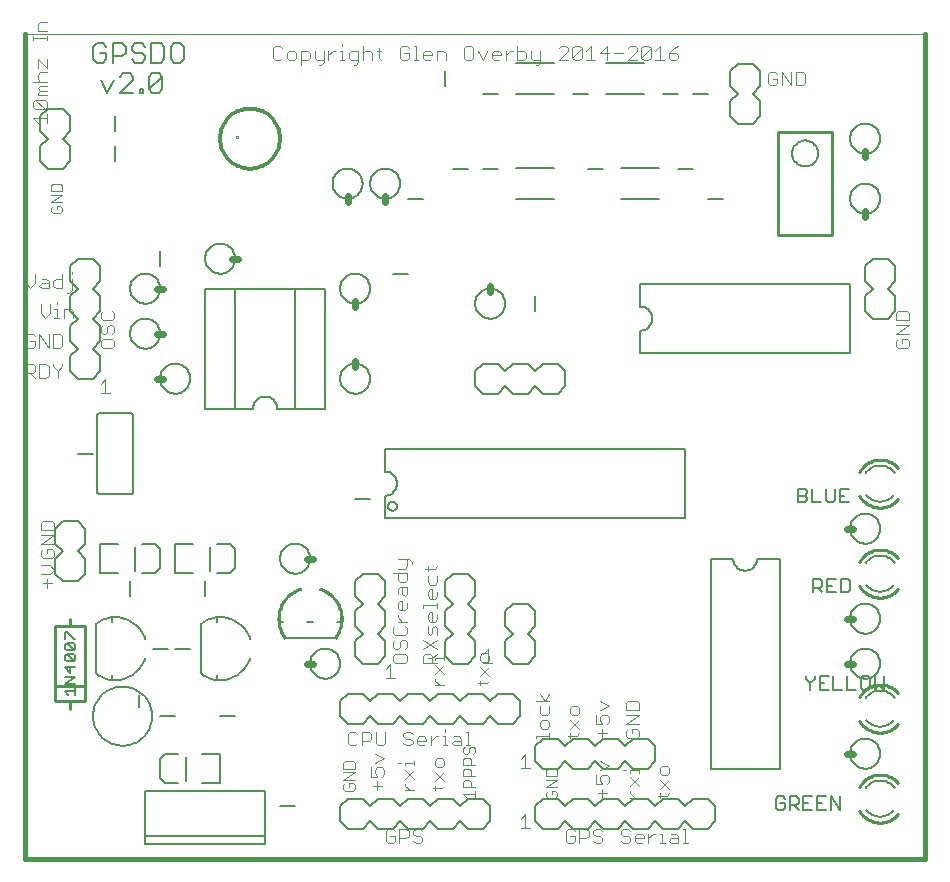
<source format=gto>
G75*
G70*
%OFA0B0*%
%FSLAX24Y24*%
%IPPOS*%
%LPD*%
%AMOC8*
5,1,8,0,0,1.08239X$1,22.5*
%
%ADD10C,0.0000*%
%ADD11C,0.0160*%
%ADD12C,0.0040*%
%ADD13C,0.0060*%
%ADD14C,0.0030*%
%ADD15C,0.0050*%
%ADD16C,0.0120*%
%ADD17C,0.0080*%
%ADD18C,0.0100*%
%ADD19C,0.0240*%
%ADD20C,0.0010*%
D10*
X000487Y027680D02*
X030487Y027680D01*
D11*
X030487Y000180D02*
X000487Y000180D01*
X000487Y027680D01*
X030487Y027680D02*
X030487Y000180D01*
D12*
X022573Y000700D02*
X022420Y000700D01*
X022497Y000700D02*
X022497Y001160D01*
X022420Y001160D01*
X022267Y000930D02*
X022267Y000700D01*
X022036Y000700D01*
X021960Y000777D01*
X022036Y000853D01*
X022267Y000853D01*
X022267Y000930D02*
X022190Y001007D01*
X022036Y001007D01*
X021729Y001007D02*
X021729Y000700D01*
X021653Y000700D02*
X021806Y000700D01*
X021729Y001007D02*
X021653Y001007D01*
X021499Y001007D02*
X021422Y001007D01*
X021269Y000853D01*
X021269Y000700D02*
X021269Y001007D01*
X021116Y000930D02*
X021116Y000853D01*
X020809Y000853D01*
X020809Y000777D02*
X020809Y000930D01*
X020885Y001007D01*
X021039Y001007D01*
X021116Y000930D01*
X021039Y000700D02*
X020885Y000700D01*
X020809Y000777D01*
X020655Y000777D02*
X020578Y000700D01*
X020425Y000700D01*
X020348Y000777D01*
X020425Y000930D02*
X020578Y000930D01*
X020655Y000853D01*
X020655Y000777D01*
X020425Y000930D02*
X020348Y001007D01*
X020348Y001084D01*
X020425Y001160D01*
X020578Y001160D01*
X020655Y001084D01*
X019734Y001084D02*
X019658Y001160D01*
X019504Y001160D01*
X019427Y001084D01*
X019427Y001007D01*
X019504Y000930D01*
X019658Y000930D01*
X019734Y000853D01*
X019734Y000777D01*
X019658Y000700D01*
X019504Y000700D01*
X019427Y000777D01*
X019274Y000930D02*
X019197Y000853D01*
X018967Y000853D01*
X018967Y000700D02*
X018967Y001160D01*
X019197Y001160D01*
X019274Y001084D01*
X019274Y000930D01*
X018814Y000930D02*
X018814Y000777D01*
X018737Y000700D01*
X018583Y000700D01*
X018507Y000777D01*
X018507Y001084D01*
X018583Y001160D01*
X018737Y001160D01*
X018814Y001084D01*
X018814Y000930D02*
X018660Y000930D01*
X017314Y001200D02*
X017007Y001200D01*
X017160Y001200D02*
X017160Y001660D01*
X017007Y001507D01*
X017007Y003200D02*
X017314Y003200D01*
X017160Y003200D02*
X017160Y003660D01*
X017007Y003507D01*
X017506Y004200D02*
X017506Y004277D01*
X017967Y004277D01*
X017967Y004353D02*
X017967Y004200D01*
X017890Y004507D02*
X017736Y004507D01*
X017660Y004584D01*
X017660Y004737D01*
X017736Y004814D01*
X017890Y004814D01*
X017967Y004737D01*
X017967Y004584D01*
X017890Y004507D01*
X017890Y004967D02*
X017736Y004967D01*
X017660Y005044D01*
X017660Y005274D01*
X017813Y005428D02*
X017660Y005658D01*
X017813Y005428D02*
X017967Y005658D01*
X017967Y005428D02*
X017506Y005428D01*
X017967Y005274D02*
X017967Y005044D01*
X017890Y004967D01*
X018660Y005044D02*
X018736Y004967D01*
X018890Y004967D01*
X018967Y005044D01*
X018967Y005198D01*
X018890Y005274D01*
X018736Y005274D01*
X018660Y005198D01*
X018660Y005044D01*
X018660Y004814D02*
X018967Y004507D01*
X018967Y004353D02*
X018890Y004277D01*
X018583Y004277D01*
X018660Y004200D02*
X018660Y004353D01*
X018660Y004507D02*
X018967Y004814D01*
X019506Y004967D02*
X019506Y004660D01*
X019736Y004660D01*
X019660Y004814D01*
X019660Y004891D01*
X019736Y004967D01*
X019890Y004967D01*
X019967Y004891D01*
X019967Y004737D01*
X019890Y004660D01*
X019736Y004507D02*
X019736Y004200D01*
X019583Y004353D02*
X019890Y004353D01*
X020506Y004277D02*
X020583Y004200D01*
X020890Y004200D01*
X020967Y004277D01*
X020967Y004430D01*
X020890Y004507D01*
X020736Y004507D01*
X020736Y004353D01*
X020583Y004507D02*
X020506Y004430D01*
X020506Y004277D01*
X020506Y004660D02*
X020967Y004967D01*
X020506Y004967D01*
X020506Y005121D02*
X020506Y005351D01*
X020583Y005428D01*
X020890Y005428D01*
X020967Y005351D01*
X020967Y005121D01*
X020506Y005121D01*
X019967Y005274D02*
X019660Y005428D01*
X019660Y005121D02*
X019967Y005274D01*
X020506Y004660D02*
X020967Y004660D01*
X019967Y003274D02*
X019660Y003428D01*
X019660Y003121D02*
X019967Y003274D01*
X019890Y002967D02*
X019967Y002891D01*
X019967Y002737D01*
X019890Y002660D01*
X019736Y002660D02*
X019660Y002814D01*
X019660Y002891D01*
X019736Y002967D01*
X019890Y002967D01*
X019736Y002660D02*
X019506Y002660D01*
X019506Y002967D01*
X019736Y002507D02*
X019736Y002200D01*
X019583Y002353D02*
X019890Y002353D01*
X020660Y002353D02*
X020813Y002200D01*
X020660Y002200D02*
X020967Y002200D01*
X020660Y002353D02*
X020660Y002430D01*
X020660Y002584D02*
X020967Y002891D01*
X020967Y003044D02*
X020967Y003198D01*
X020967Y003121D02*
X020660Y003121D01*
X020660Y003044D01*
X020660Y002891D02*
X020967Y002584D01*
X021583Y002277D02*
X021890Y002277D01*
X021967Y002353D01*
X021967Y002507D02*
X021660Y002814D01*
X021736Y002967D02*
X021890Y002967D01*
X021967Y003044D01*
X021967Y003198D01*
X021890Y003274D01*
X021736Y003274D01*
X021660Y003198D01*
X021660Y003044D01*
X021736Y002967D01*
X021967Y002814D02*
X021660Y002507D01*
X021660Y002353D02*
X021660Y002200D01*
X021729Y001237D02*
X021729Y001160D01*
X020506Y003121D02*
X020430Y003121D01*
X015967Y006103D02*
X015890Y006027D01*
X015583Y006027D01*
X015660Y005950D02*
X015660Y006103D01*
X015660Y006257D02*
X015967Y006564D01*
X015910Y006700D02*
X015910Y007160D01*
X015757Y007007D01*
X015736Y007024D02*
X015660Y006948D01*
X015660Y006794D01*
X015736Y006717D01*
X015890Y006717D01*
X015967Y006794D01*
X015967Y006948D01*
X015890Y007024D01*
X015736Y007024D01*
X015757Y006700D02*
X016064Y006700D01*
X015660Y006564D02*
X015967Y006257D01*
X014467Y006334D02*
X014160Y006641D01*
X014217Y006700D02*
X013756Y006700D01*
X013756Y006930D01*
X013833Y007007D01*
X013986Y007007D01*
X014063Y006930D01*
X014063Y006700D01*
X014160Y006794D02*
X014160Y006871D01*
X014467Y006871D01*
X014467Y006794D02*
X014467Y006948D01*
X014217Y007007D02*
X014063Y006853D01*
X014006Y006871D02*
X013930Y006871D01*
X013756Y007160D02*
X014217Y007467D01*
X014217Y007621D02*
X014217Y007851D01*
X014140Y007928D01*
X014063Y007851D01*
X014063Y007698D01*
X013986Y007621D01*
X013910Y007698D01*
X013910Y007928D01*
X013986Y008081D02*
X013910Y008158D01*
X013910Y008311D01*
X013986Y008388D01*
X014063Y008388D01*
X014063Y008081D01*
X014140Y008081D02*
X013986Y008081D01*
X014140Y008081D02*
X014217Y008158D01*
X014217Y008311D01*
X014217Y008542D02*
X014217Y008695D01*
X014217Y008618D02*
X013756Y008618D01*
X013756Y008542D01*
X013986Y008848D02*
X013910Y008925D01*
X013910Y009079D01*
X013986Y009155D01*
X014063Y009155D01*
X014063Y008848D01*
X014140Y008848D02*
X013986Y008848D01*
X014140Y008848D02*
X014217Y008925D01*
X014217Y009079D01*
X014140Y009309D02*
X013986Y009309D01*
X013910Y009386D01*
X013910Y009616D01*
X013910Y009769D02*
X013910Y009923D01*
X013833Y009846D02*
X014140Y009846D01*
X014217Y009923D01*
X014217Y009616D02*
X014217Y009386D01*
X014140Y009309D01*
X013217Y009232D02*
X013217Y009002D01*
X013140Y008925D01*
X013063Y009002D01*
X013063Y009232D01*
X012986Y009232D02*
X013217Y009232D01*
X013140Y009386D02*
X013217Y009462D01*
X013217Y009693D01*
X012756Y009693D01*
X012910Y009693D02*
X012910Y009462D01*
X012986Y009386D01*
X013140Y009386D01*
X012986Y009232D02*
X012910Y009155D01*
X012910Y009002D01*
X012986Y008772D02*
X013063Y008772D01*
X013063Y008465D01*
X012986Y008465D02*
X012910Y008542D01*
X012910Y008695D01*
X012986Y008772D01*
X013217Y008695D02*
X013217Y008542D01*
X013140Y008465D01*
X012986Y008465D01*
X012910Y008311D02*
X012910Y008235D01*
X013063Y008081D01*
X012910Y008081D02*
X013217Y008081D01*
X013140Y007928D02*
X013217Y007851D01*
X013217Y007698D01*
X013140Y007621D01*
X012833Y007621D01*
X012756Y007698D01*
X012756Y007851D01*
X012833Y007928D01*
X012833Y007467D02*
X012756Y007391D01*
X012756Y007237D01*
X012833Y007160D01*
X012910Y007160D01*
X012986Y007237D01*
X012986Y007391D01*
X013063Y007467D01*
X013140Y007467D01*
X013217Y007391D01*
X013217Y007237D01*
X013140Y007160D01*
X013140Y007007D02*
X012833Y007007D01*
X012756Y006930D01*
X012756Y006777D01*
X012833Y006700D01*
X013140Y006700D01*
X013217Y006777D01*
X013217Y006930D01*
X013140Y007007D01*
X012660Y006660D02*
X012507Y006507D01*
X012660Y006660D02*
X012660Y006200D01*
X012507Y006200D02*
X012814Y006200D01*
X013756Y007467D02*
X014217Y007160D01*
X014467Y006641D02*
X014160Y006334D01*
X014160Y006180D02*
X014160Y006103D01*
X014313Y005950D01*
X014160Y005950D02*
X014467Y005950D01*
X014479Y004487D02*
X014479Y004410D01*
X014479Y004257D02*
X014479Y003950D01*
X014403Y003950D02*
X014556Y003950D01*
X014710Y004027D02*
X014786Y004103D01*
X015017Y004103D01*
X015017Y004180D02*
X015017Y003950D01*
X014786Y003950D01*
X014710Y004027D01*
X014786Y004257D02*
X014940Y004257D01*
X015017Y004180D01*
X015170Y003950D02*
X015323Y003950D01*
X015247Y003950D02*
X015247Y004410D01*
X015170Y004410D01*
X014479Y004257D02*
X014403Y004257D01*
X014249Y004257D02*
X014172Y004257D01*
X014019Y004103D01*
X014019Y003950D02*
X014019Y004257D01*
X013866Y004180D02*
X013866Y004103D01*
X013559Y004103D01*
X013559Y004027D02*
X013559Y004180D01*
X013635Y004257D01*
X013789Y004257D01*
X013866Y004180D01*
X013789Y003950D02*
X013635Y003950D01*
X013559Y004027D01*
X013405Y004027D02*
X013328Y003950D01*
X013175Y003950D01*
X013098Y004027D01*
X013175Y004180D02*
X013328Y004180D01*
X013405Y004103D01*
X013405Y004027D01*
X013175Y004180D02*
X013098Y004257D01*
X013098Y004334D01*
X013175Y004410D01*
X013328Y004410D01*
X013405Y004334D01*
X013467Y003448D02*
X013467Y003294D01*
X013467Y003371D02*
X013160Y003371D01*
X013160Y003294D01*
X013160Y003141D02*
X013467Y002834D01*
X013160Y002834D02*
X013467Y003141D01*
X013006Y003371D02*
X012930Y003371D01*
X012467Y003524D02*
X012160Y003678D01*
X012254Y003950D02*
X012408Y003950D01*
X012484Y004027D01*
X012484Y004410D01*
X012177Y004410D02*
X012177Y004027D01*
X012254Y003950D01*
X012024Y004180D02*
X011947Y004103D01*
X011717Y004103D01*
X011717Y003950D02*
X011717Y004410D01*
X011947Y004410D01*
X012024Y004334D01*
X012024Y004180D01*
X011564Y004027D02*
X011487Y003950D01*
X011333Y003950D01*
X011257Y004027D01*
X011257Y004334D01*
X011333Y004410D01*
X011487Y004410D01*
X011564Y004334D01*
X012160Y003371D02*
X012467Y003524D01*
X012390Y003217D02*
X012236Y003217D01*
X012160Y003141D01*
X012160Y003064D01*
X012236Y002910D01*
X012006Y002910D01*
X012006Y003217D01*
X012390Y003217D02*
X012467Y003141D01*
X012467Y002987D01*
X012390Y002910D01*
X012236Y002757D02*
X012236Y002450D01*
X012083Y002603D02*
X012390Y002603D01*
X013160Y002603D02*
X013160Y002680D01*
X013160Y002603D02*
X013313Y002450D01*
X013160Y002450D02*
X013467Y002450D01*
X014083Y002527D02*
X014390Y002527D01*
X014467Y002603D01*
X014467Y002757D02*
X014160Y003064D01*
X014236Y003217D02*
X014390Y003217D01*
X014467Y003294D01*
X014467Y003448D01*
X014390Y003524D01*
X014236Y003524D01*
X014160Y003448D01*
X014160Y003294D01*
X014236Y003217D01*
X014467Y003064D02*
X014160Y002757D01*
X014160Y002603D02*
X014160Y002450D01*
X013658Y001160D02*
X013504Y001160D01*
X013427Y001084D01*
X013427Y001007D01*
X013504Y000930D01*
X013658Y000930D01*
X013734Y000853D01*
X013734Y000777D01*
X013658Y000700D01*
X013504Y000700D01*
X013427Y000777D01*
X013274Y000930D02*
X013197Y000853D01*
X012967Y000853D01*
X012967Y000700D02*
X012967Y001160D01*
X013197Y001160D01*
X013274Y001084D01*
X013274Y000930D01*
X013658Y001160D02*
X013734Y001084D01*
X012814Y001084D02*
X012737Y001160D01*
X012583Y001160D01*
X012507Y001084D01*
X012507Y000777D01*
X012583Y000700D01*
X012737Y000700D01*
X012814Y000777D01*
X012814Y000930D01*
X012660Y000930D01*
X012910Y009846D02*
X013140Y009846D01*
X013217Y009923D01*
X013217Y010153D01*
X013293Y010153D02*
X013370Y010076D01*
X013370Y009999D01*
X013293Y010153D02*
X012910Y010153D01*
X003467Y017277D02*
X003467Y017430D01*
X003390Y017507D01*
X003083Y017507D01*
X003006Y017430D01*
X003006Y017277D01*
X003083Y017200D01*
X003390Y017200D01*
X003467Y017277D01*
X003390Y017660D02*
X003467Y017737D01*
X003467Y017891D01*
X003390Y017967D01*
X003313Y017967D01*
X003236Y017891D01*
X003236Y017737D01*
X003160Y017660D01*
X003083Y017660D01*
X003006Y017737D01*
X003006Y017891D01*
X003083Y017967D01*
X003083Y018121D02*
X003390Y018121D01*
X003467Y018198D01*
X003467Y018351D01*
X003390Y018428D01*
X003083Y018428D02*
X003006Y018351D01*
X003006Y018198D01*
X003083Y018121D01*
X002081Y018200D02*
X002081Y018430D01*
X002004Y018507D01*
X001774Y018507D01*
X001774Y018200D01*
X001621Y018200D02*
X001467Y018200D01*
X001544Y018200D02*
X001544Y018507D01*
X001467Y018507D01*
X001544Y018660D02*
X001544Y018737D01*
X001314Y018660D02*
X001314Y018353D01*
X001160Y018200D01*
X001007Y018353D01*
X001007Y018660D01*
X001044Y019200D02*
X000967Y019277D01*
X001044Y019353D01*
X001274Y019353D01*
X001274Y019430D02*
X001274Y019200D01*
X001044Y019200D01*
X000814Y019353D02*
X000814Y019660D01*
X001044Y019507D02*
X001197Y019507D01*
X001274Y019430D01*
X001427Y019430D02*
X001504Y019507D01*
X001734Y019507D01*
X001734Y019660D02*
X001734Y019200D01*
X001504Y019200D01*
X001427Y019277D01*
X001427Y019430D01*
X001888Y019047D02*
X001965Y019047D01*
X002041Y019123D01*
X002041Y019507D01*
X002041Y019660D02*
X002041Y019737D01*
X000814Y019353D02*
X000660Y019200D01*
X000507Y019353D01*
X000507Y019660D01*
X000583Y017660D02*
X000507Y017584D01*
X000507Y017277D01*
X000583Y017200D01*
X000737Y017200D01*
X000814Y017277D01*
X000814Y017430D01*
X000660Y017430D01*
X000814Y017584D02*
X000737Y017660D01*
X000583Y017660D01*
X000967Y017660D02*
X000967Y017200D01*
X001274Y017200D02*
X001274Y017660D01*
X001427Y017660D02*
X001658Y017660D01*
X001734Y017584D01*
X001734Y017277D01*
X001658Y017200D01*
X001427Y017200D01*
X001427Y017660D01*
X000967Y017660D02*
X001274Y017200D01*
X001197Y016660D02*
X000967Y016660D01*
X000967Y016200D01*
X001197Y016200D01*
X001274Y016277D01*
X001274Y016584D01*
X001197Y016660D01*
X001427Y016660D02*
X001427Y016584D01*
X001581Y016430D01*
X001581Y016200D01*
X001581Y016430D02*
X001734Y016584D01*
X001734Y016660D01*
X000814Y016584D02*
X000814Y016430D01*
X000737Y016353D01*
X000507Y016353D01*
X000507Y016200D02*
X000507Y016660D01*
X000737Y016660D01*
X000814Y016584D01*
X000660Y016353D02*
X000814Y016200D01*
X003007Y016007D02*
X003160Y016160D01*
X003160Y015700D01*
X003007Y015700D02*
X003314Y015700D01*
X001390Y011428D02*
X001083Y011428D01*
X001006Y011351D01*
X001006Y011121D01*
X001467Y011121D01*
X001467Y011351D01*
X001390Y011428D01*
X001467Y010967D02*
X001006Y010967D01*
X001006Y010660D02*
X001467Y010967D01*
X001467Y010660D02*
X001006Y010660D01*
X001083Y010507D02*
X001006Y010430D01*
X001006Y010277D01*
X001083Y010200D01*
X001390Y010200D01*
X001467Y010277D01*
X001467Y010430D01*
X001390Y010507D01*
X001236Y010507D01*
X001236Y010353D01*
X001313Y009967D02*
X001006Y009967D01*
X001006Y009660D02*
X001313Y009660D01*
X001467Y009814D01*
X001313Y009967D01*
X001236Y009507D02*
X001236Y009200D01*
X001083Y009353D02*
X001390Y009353D01*
X007507Y024200D02*
X007583Y024200D01*
X007583Y024277D01*
X007507Y024277D01*
X007507Y024200D01*
X009677Y026647D02*
X009677Y027107D01*
X009908Y027107D01*
X009984Y027030D01*
X009984Y026877D01*
X009908Y026800D01*
X009677Y026800D01*
X009524Y026877D02*
X009524Y027030D01*
X009447Y027107D01*
X009294Y027107D01*
X009217Y027030D01*
X009217Y026877D01*
X009294Y026800D01*
X009447Y026800D01*
X009524Y026877D01*
X009064Y026877D02*
X008987Y026800D01*
X008833Y026800D01*
X008757Y026877D01*
X008757Y027184D01*
X008833Y027260D01*
X008987Y027260D01*
X009064Y027184D01*
X010138Y027107D02*
X010138Y026877D01*
X010215Y026800D01*
X010445Y026800D01*
X010445Y026723D02*
X010368Y026647D01*
X010291Y026647D01*
X010445Y026723D02*
X010445Y027107D01*
X010598Y027107D02*
X010598Y026800D01*
X010598Y026953D02*
X010752Y027107D01*
X010828Y027107D01*
X010982Y027107D02*
X011059Y027107D01*
X011059Y026800D01*
X011135Y026800D02*
X010982Y026800D01*
X011289Y026877D02*
X011366Y026800D01*
X011596Y026800D01*
X011596Y026723D02*
X011596Y027107D01*
X011366Y027107D01*
X011289Y027030D01*
X011289Y026877D01*
X011442Y026647D02*
X011519Y026647D01*
X011596Y026723D01*
X011749Y026800D02*
X011749Y027260D01*
X011826Y027107D02*
X011979Y027107D01*
X012056Y027030D01*
X012056Y026800D01*
X012286Y026877D02*
X012286Y027184D01*
X012210Y027107D02*
X012363Y027107D01*
X012286Y026877D02*
X012363Y026800D01*
X011826Y027107D02*
X011749Y027030D01*
X011059Y027260D02*
X011059Y027337D01*
X012977Y027184D02*
X012977Y026877D01*
X013054Y026800D01*
X013207Y026800D01*
X013284Y026877D01*
X013284Y027030D01*
X013130Y027030D01*
X012977Y027184D02*
X013054Y027260D01*
X013207Y027260D01*
X013284Y027184D01*
X013437Y027260D02*
X013514Y027260D01*
X013514Y026800D01*
X013437Y026800D02*
X013591Y026800D01*
X013744Y026877D02*
X013744Y027030D01*
X013821Y027107D01*
X013974Y027107D01*
X014051Y027030D01*
X014051Y026953D01*
X013744Y026953D01*
X013744Y026877D02*
X013821Y026800D01*
X013974Y026800D01*
X014205Y026800D02*
X014205Y027107D01*
X014435Y027107D01*
X014512Y027030D01*
X014512Y026800D01*
X015125Y026877D02*
X015202Y026800D01*
X015356Y026800D01*
X015432Y026877D01*
X015432Y027184D01*
X015356Y027260D01*
X015202Y027260D01*
X015125Y027184D01*
X015125Y026877D01*
X015586Y027107D02*
X015739Y026800D01*
X015893Y027107D01*
X016046Y027030D02*
X016123Y027107D01*
X016276Y027107D01*
X016353Y027030D01*
X016353Y026953D01*
X016046Y026953D01*
X016046Y026877D02*
X016046Y027030D01*
X016046Y026877D02*
X016123Y026800D01*
X016276Y026800D01*
X016507Y026800D02*
X016507Y027107D01*
X016660Y027107D02*
X016507Y026953D01*
X016660Y027107D02*
X016737Y027107D01*
X016890Y027107D02*
X017120Y027107D01*
X017197Y027030D01*
X017197Y026877D01*
X017120Y026800D01*
X016890Y026800D01*
X016890Y027260D01*
X017351Y027107D02*
X017351Y026877D01*
X017427Y026800D01*
X017658Y026800D01*
X017658Y026723D02*
X017581Y026647D01*
X017504Y026647D01*
X017658Y026723D02*
X017658Y027107D01*
X018271Y027184D02*
X018348Y027260D01*
X018502Y027260D01*
X018578Y027184D01*
X018578Y027107D01*
X018271Y026800D01*
X018578Y026800D01*
X018732Y026877D02*
X018732Y027184D01*
X018809Y027260D01*
X018962Y027260D01*
X019039Y027184D01*
X018732Y026877D01*
X018809Y026800D01*
X018962Y026800D01*
X019039Y026877D01*
X019039Y027184D01*
X019192Y027107D02*
X019346Y027260D01*
X019346Y026800D01*
X019499Y026800D02*
X019192Y026800D01*
X019653Y027030D02*
X019960Y027030D01*
X020113Y027030D02*
X020420Y027030D01*
X020573Y027184D02*
X020650Y027260D01*
X020804Y027260D01*
X020880Y027184D01*
X020880Y027107D01*
X020573Y026800D01*
X020880Y026800D01*
X021034Y026877D02*
X021341Y027184D01*
X021341Y026877D01*
X021264Y026800D01*
X021111Y026800D01*
X021034Y026877D01*
X021034Y027184D01*
X021111Y027260D01*
X021264Y027260D01*
X021341Y027184D01*
X021494Y027107D02*
X021648Y027260D01*
X021648Y026800D01*
X021801Y026800D02*
X021494Y026800D01*
X021955Y026877D02*
X022031Y026800D01*
X022185Y026800D01*
X022262Y026877D01*
X022262Y026953D01*
X022185Y027030D01*
X021955Y027030D01*
X021955Y026877D01*
X021955Y027030D02*
X022108Y027184D01*
X022262Y027260D01*
X019883Y027260D02*
X019653Y027030D01*
X019883Y026800D02*
X019883Y027260D01*
X025257Y026334D02*
X025257Y026027D01*
X025333Y025950D01*
X025487Y025950D01*
X025564Y026027D01*
X025564Y026180D01*
X025410Y026180D01*
X025257Y026334D02*
X025333Y026410D01*
X025487Y026410D01*
X025564Y026334D01*
X025717Y026410D02*
X026024Y025950D01*
X026024Y026410D01*
X026177Y026410D02*
X026408Y026410D01*
X026484Y026334D01*
X026484Y026027D01*
X026408Y025950D01*
X026177Y025950D01*
X026177Y026410D01*
X025717Y026410D02*
X025717Y025950D01*
X029583Y018428D02*
X029506Y018351D01*
X029506Y018121D01*
X029967Y018121D01*
X029967Y018351D01*
X029890Y018428D01*
X029583Y018428D01*
X029506Y017967D02*
X029967Y017967D01*
X029506Y017660D01*
X029967Y017660D01*
X029890Y017507D02*
X029736Y017507D01*
X029736Y017353D01*
X029583Y017200D02*
X029890Y017200D01*
X029967Y017277D01*
X029967Y017430D01*
X029890Y017507D01*
X029583Y017507D02*
X029506Y017430D01*
X029506Y017277D01*
X029583Y017200D01*
X001217Y024700D02*
X001217Y025007D01*
X001217Y024853D02*
X000756Y024853D01*
X000910Y024700D01*
X000833Y025160D02*
X000756Y025237D01*
X000756Y025391D01*
X000833Y025467D01*
X001140Y025160D01*
X001217Y025237D01*
X001217Y025391D01*
X001140Y025467D01*
X000833Y025467D01*
X000910Y025621D02*
X000910Y025698D01*
X000986Y025774D01*
X000910Y025851D01*
X000986Y025928D01*
X001217Y025928D01*
X001217Y026081D02*
X000756Y026081D01*
X000910Y026158D02*
X000910Y026311D01*
X000986Y026388D01*
X001217Y026388D01*
X001217Y026542D02*
X001217Y026848D01*
X001217Y026542D02*
X000910Y026848D01*
X000910Y026542D01*
X000910Y026158D02*
X000986Y026081D01*
X000986Y025774D02*
X001217Y025774D01*
X001217Y025621D02*
X000910Y025621D01*
X000833Y025160D02*
X001140Y025160D01*
X001217Y027462D02*
X001217Y027616D01*
X001217Y027539D02*
X000756Y027539D01*
X000756Y027462D02*
X000756Y027616D01*
X000910Y027769D02*
X000910Y027999D01*
X000986Y028076D01*
X001217Y028076D01*
X001217Y027769D02*
X000910Y027769D01*
D13*
X002767Y027244D02*
X002767Y026817D01*
X002873Y026710D01*
X003087Y026710D01*
X003194Y026817D01*
X003194Y027030D01*
X002980Y027030D01*
X002767Y027244D02*
X002873Y027351D01*
X003087Y027351D01*
X003194Y027244D01*
X003411Y027351D02*
X003731Y027351D01*
X003838Y027244D01*
X003838Y027030D01*
X003731Y026924D01*
X003411Y026924D01*
X003411Y026710D02*
X003411Y027351D01*
X004056Y027244D02*
X004056Y027137D01*
X004163Y027030D01*
X004376Y027030D01*
X004483Y026924D01*
X004483Y026817D01*
X004376Y026710D01*
X004163Y026710D01*
X004056Y026817D01*
X004056Y027244D02*
X004163Y027351D01*
X004376Y027351D01*
X004483Y027244D01*
X004700Y027351D02*
X005021Y027351D01*
X005127Y027244D01*
X005127Y026817D01*
X005021Y026710D01*
X004700Y026710D01*
X004700Y027351D01*
X005345Y027244D02*
X005345Y026817D01*
X005452Y026710D01*
X005665Y026710D01*
X005772Y026817D01*
X005772Y027244D01*
X005665Y027351D01*
X005452Y027351D01*
X005345Y027244D01*
X004948Y026351D02*
X004735Y026351D01*
X004628Y026244D01*
X004628Y025817D01*
X005055Y026244D01*
X005055Y025817D01*
X004948Y025710D01*
X004735Y025710D01*
X004628Y025817D01*
X004413Y025817D02*
X004413Y025710D01*
X004306Y025710D01*
X004306Y025817D01*
X004413Y025817D01*
X004088Y025710D02*
X003661Y025710D01*
X004088Y026137D01*
X004088Y026244D01*
X003981Y026351D01*
X003768Y026351D01*
X003661Y026244D01*
X003444Y026137D02*
X003230Y025710D01*
X003017Y026137D01*
X004948Y026351D02*
X005055Y026244D01*
X010737Y022680D02*
X010739Y022724D01*
X010745Y022768D01*
X010755Y022811D01*
X010768Y022853D01*
X010785Y022894D01*
X010806Y022933D01*
X010830Y022970D01*
X010857Y023005D01*
X010887Y023037D01*
X010920Y023067D01*
X010956Y023093D01*
X010993Y023117D01*
X011033Y023136D01*
X011074Y023153D01*
X011117Y023165D01*
X011160Y023174D01*
X011204Y023179D01*
X011248Y023180D01*
X011292Y023177D01*
X011336Y023170D01*
X011379Y023159D01*
X011421Y023145D01*
X011461Y023127D01*
X011500Y023105D01*
X011536Y023081D01*
X011570Y023053D01*
X011602Y023022D01*
X011631Y022988D01*
X011657Y022952D01*
X011679Y022914D01*
X011698Y022874D01*
X011713Y022832D01*
X011725Y022790D01*
X011733Y022746D01*
X011737Y022702D01*
X011737Y022658D01*
X011733Y022614D01*
X011725Y022570D01*
X011713Y022528D01*
X011698Y022486D01*
X011679Y022446D01*
X011657Y022408D01*
X011631Y022372D01*
X011602Y022338D01*
X011570Y022307D01*
X011536Y022279D01*
X011500Y022255D01*
X011461Y022233D01*
X011421Y022215D01*
X011379Y022201D01*
X011336Y022190D01*
X011292Y022183D01*
X011248Y022180D01*
X011204Y022181D01*
X011160Y022186D01*
X011117Y022195D01*
X011074Y022207D01*
X011033Y022224D01*
X010993Y022243D01*
X010956Y022267D01*
X010920Y022293D01*
X010887Y022323D01*
X010857Y022355D01*
X010830Y022390D01*
X010806Y022427D01*
X010785Y022466D01*
X010768Y022507D01*
X010755Y022549D01*
X010745Y022592D01*
X010739Y022636D01*
X010737Y022680D01*
X011987Y022680D02*
X011989Y022724D01*
X011995Y022768D01*
X012005Y022811D01*
X012018Y022853D01*
X012035Y022894D01*
X012056Y022933D01*
X012080Y022970D01*
X012107Y023005D01*
X012137Y023037D01*
X012170Y023067D01*
X012206Y023093D01*
X012243Y023117D01*
X012283Y023136D01*
X012324Y023153D01*
X012367Y023165D01*
X012410Y023174D01*
X012454Y023179D01*
X012498Y023180D01*
X012542Y023177D01*
X012586Y023170D01*
X012629Y023159D01*
X012671Y023145D01*
X012711Y023127D01*
X012750Y023105D01*
X012786Y023081D01*
X012820Y023053D01*
X012852Y023022D01*
X012881Y022988D01*
X012907Y022952D01*
X012929Y022914D01*
X012948Y022874D01*
X012963Y022832D01*
X012975Y022790D01*
X012983Y022746D01*
X012987Y022702D01*
X012987Y022658D01*
X012983Y022614D01*
X012975Y022570D01*
X012963Y022528D01*
X012948Y022486D01*
X012929Y022446D01*
X012907Y022408D01*
X012881Y022372D01*
X012852Y022338D01*
X012820Y022307D01*
X012786Y022279D01*
X012750Y022255D01*
X012711Y022233D01*
X012671Y022215D01*
X012629Y022201D01*
X012586Y022190D01*
X012542Y022183D01*
X012498Y022180D01*
X012454Y022181D01*
X012410Y022186D01*
X012367Y022195D01*
X012324Y022207D01*
X012283Y022224D01*
X012243Y022243D01*
X012206Y022267D01*
X012170Y022293D01*
X012137Y022323D01*
X012107Y022355D01*
X012080Y022390D01*
X012056Y022427D01*
X012035Y022466D01*
X012018Y022507D01*
X012005Y022549D01*
X011995Y022592D01*
X011989Y022636D01*
X011987Y022680D01*
X010987Y019180D02*
X010989Y019224D01*
X010995Y019268D01*
X011005Y019311D01*
X011018Y019353D01*
X011035Y019394D01*
X011056Y019433D01*
X011080Y019470D01*
X011107Y019505D01*
X011137Y019537D01*
X011170Y019567D01*
X011206Y019593D01*
X011243Y019617D01*
X011283Y019636D01*
X011324Y019653D01*
X011367Y019665D01*
X011410Y019674D01*
X011454Y019679D01*
X011498Y019680D01*
X011542Y019677D01*
X011586Y019670D01*
X011629Y019659D01*
X011671Y019645D01*
X011711Y019627D01*
X011750Y019605D01*
X011786Y019581D01*
X011820Y019553D01*
X011852Y019522D01*
X011881Y019488D01*
X011907Y019452D01*
X011929Y019414D01*
X011948Y019374D01*
X011963Y019332D01*
X011975Y019290D01*
X011983Y019246D01*
X011987Y019202D01*
X011987Y019158D01*
X011983Y019114D01*
X011975Y019070D01*
X011963Y019028D01*
X011948Y018986D01*
X011929Y018946D01*
X011907Y018908D01*
X011881Y018872D01*
X011852Y018838D01*
X011820Y018807D01*
X011786Y018779D01*
X011750Y018755D01*
X011711Y018733D01*
X011671Y018715D01*
X011629Y018701D01*
X011586Y018690D01*
X011542Y018683D01*
X011498Y018680D01*
X011454Y018681D01*
X011410Y018686D01*
X011367Y018695D01*
X011324Y018707D01*
X011283Y018724D01*
X011243Y018743D01*
X011206Y018767D01*
X011170Y018793D01*
X011137Y018823D01*
X011107Y018855D01*
X011080Y018890D01*
X011056Y018927D01*
X011035Y018966D01*
X011018Y019007D01*
X011005Y019049D01*
X010995Y019092D01*
X010989Y019136D01*
X010987Y019180D01*
X010487Y019180D02*
X009487Y019180D01*
X009487Y015180D01*
X008887Y015180D01*
X008885Y015219D01*
X008879Y015258D01*
X008870Y015296D01*
X008857Y015333D01*
X008840Y015369D01*
X008820Y015402D01*
X008796Y015434D01*
X008770Y015463D01*
X008741Y015489D01*
X008709Y015513D01*
X008676Y015533D01*
X008640Y015550D01*
X008603Y015563D01*
X008565Y015572D01*
X008526Y015578D01*
X008487Y015580D01*
X008448Y015578D01*
X008409Y015572D01*
X008371Y015563D01*
X008334Y015550D01*
X008298Y015533D01*
X008265Y015513D01*
X008233Y015489D01*
X008204Y015463D01*
X008178Y015434D01*
X008154Y015402D01*
X008134Y015369D01*
X008117Y015333D01*
X008104Y015296D01*
X008095Y015258D01*
X008089Y015219D01*
X008087Y015180D01*
X007487Y015180D02*
X007487Y019180D01*
X009487Y019180D01*
X010487Y019180D02*
X010487Y015180D01*
X009487Y015180D01*
X007487Y015180D02*
X006487Y015180D01*
X006487Y019180D01*
X007487Y019180D01*
X006487Y020180D02*
X006489Y020224D01*
X006495Y020268D01*
X006505Y020311D01*
X006518Y020353D01*
X006535Y020394D01*
X006556Y020433D01*
X006580Y020470D01*
X006607Y020505D01*
X006637Y020537D01*
X006670Y020567D01*
X006706Y020593D01*
X006743Y020617D01*
X006783Y020636D01*
X006824Y020653D01*
X006867Y020665D01*
X006910Y020674D01*
X006954Y020679D01*
X006998Y020680D01*
X007042Y020677D01*
X007086Y020670D01*
X007129Y020659D01*
X007171Y020645D01*
X007211Y020627D01*
X007250Y020605D01*
X007286Y020581D01*
X007320Y020553D01*
X007352Y020522D01*
X007381Y020488D01*
X007407Y020452D01*
X007429Y020414D01*
X007448Y020374D01*
X007463Y020332D01*
X007475Y020290D01*
X007483Y020246D01*
X007487Y020202D01*
X007487Y020158D01*
X007483Y020114D01*
X007475Y020070D01*
X007463Y020028D01*
X007448Y019986D01*
X007429Y019946D01*
X007407Y019908D01*
X007381Y019872D01*
X007352Y019838D01*
X007320Y019807D01*
X007286Y019779D01*
X007250Y019755D01*
X007211Y019733D01*
X007171Y019715D01*
X007129Y019701D01*
X007086Y019690D01*
X007042Y019683D01*
X006998Y019680D01*
X006954Y019681D01*
X006910Y019686D01*
X006867Y019695D01*
X006824Y019707D01*
X006783Y019724D01*
X006743Y019743D01*
X006706Y019767D01*
X006670Y019793D01*
X006637Y019823D01*
X006607Y019855D01*
X006580Y019890D01*
X006556Y019927D01*
X006535Y019966D01*
X006518Y020007D01*
X006505Y020049D01*
X006495Y020092D01*
X006489Y020136D01*
X006487Y020180D01*
X003987Y019180D02*
X003989Y019224D01*
X003995Y019268D01*
X004005Y019311D01*
X004018Y019353D01*
X004035Y019394D01*
X004056Y019433D01*
X004080Y019470D01*
X004107Y019505D01*
X004137Y019537D01*
X004170Y019567D01*
X004206Y019593D01*
X004243Y019617D01*
X004283Y019636D01*
X004324Y019653D01*
X004367Y019665D01*
X004410Y019674D01*
X004454Y019679D01*
X004498Y019680D01*
X004542Y019677D01*
X004586Y019670D01*
X004629Y019659D01*
X004671Y019645D01*
X004711Y019627D01*
X004750Y019605D01*
X004786Y019581D01*
X004820Y019553D01*
X004852Y019522D01*
X004881Y019488D01*
X004907Y019452D01*
X004929Y019414D01*
X004948Y019374D01*
X004963Y019332D01*
X004975Y019290D01*
X004983Y019246D01*
X004987Y019202D01*
X004987Y019158D01*
X004983Y019114D01*
X004975Y019070D01*
X004963Y019028D01*
X004948Y018986D01*
X004929Y018946D01*
X004907Y018908D01*
X004881Y018872D01*
X004852Y018838D01*
X004820Y018807D01*
X004786Y018779D01*
X004750Y018755D01*
X004711Y018733D01*
X004671Y018715D01*
X004629Y018701D01*
X004586Y018690D01*
X004542Y018683D01*
X004498Y018680D01*
X004454Y018681D01*
X004410Y018686D01*
X004367Y018695D01*
X004324Y018707D01*
X004283Y018724D01*
X004243Y018743D01*
X004206Y018767D01*
X004170Y018793D01*
X004137Y018823D01*
X004107Y018855D01*
X004080Y018890D01*
X004056Y018927D01*
X004035Y018966D01*
X004018Y019007D01*
X004005Y019049D01*
X003995Y019092D01*
X003989Y019136D01*
X003987Y019180D01*
X003987Y017680D02*
X003989Y017724D01*
X003995Y017768D01*
X004005Y017811D01*
X004018Y017853D01*
X004035Y017894D01*
X004056Y017933D01*
X004080Y017970D01*
X004107Y018005D01*
X004137Y018037D01*
X004170Y018067D01*
X004206Y018093D01*
X004243Y018117D01*
X004283Y018136D01*
X004324Y018153D01*
X004367Y018165D01*
X004410Y018174D01*
X004454Y018179D01*
X004498Y018180D01*
X004542Y018177D01*
X004586Y018170D01*
X004629Y018159D01*
X004671Y018145D01*
X004711Y018127D01*
X004750Y018105D01*
X004786Y018081D01*
X004820Y018053D01*
X004852Y018022D01*
X004881Y017988D01*
X004907Y017952D01*
X004929Y017914D01*
X004948Y017874D01*
X004963Y017832D01*
X004975Y017790D01*
X004983Y017746D01*
X004987Y017702D01*
X004987Y017658D01*
X004983Y017614D01*
X004975Y017570D01*
X004963Y017528D01*
X004948Y017486D01*
X004929Y017446D01*
X004907Y017408D01*
X004881Y017372D01*
X004852Y017338D01*
X004820Y017307D01*
X004786Y017279D01*
X004750Y017255D01*
X004711Y017233D01*
X004671Y017215D01*
X004629Y017201D01*
X004586Y017190D01*
X004542Y017183D01*
X004498Y017180D01*
X004454Y017181D01*
X004410Y017186D01*
X004367Y017195D01*
X004324Y017207D01*
X004283Y017224D01*
X004243Y017243D01*
X004206Y017267D01*
X004170Y017293D01*
X004137Y017323D01*
X004107Y017355D01*
X004080Y017390D01*
X004056Y017427D01*
X004035Y017466D01*
X004018Y017507D01*
X004005Y017549D01*
X003995Y017592D01*
X003989Y017636D01*
X003987Y017680D01*
X004987Y016180D02*
X004989Y016224D01*
X004995Y016268D01*
X005005Y016311D01*
X005018Y016353D01*
X005035Y016394D01*
X005056Y016433D01*
X005080Y016470D01*
X005107Y016505D01*
X005137Y016537D01*
X005170Y016567D01*
X005206Y016593D01*
X005243Y016617D01*
X005283Y016636D01*
X005324Y016653D01*
X005367Y016665D01*
X005410Y016674D01*
X005454Y016679D01*
X005498Y016680D01*
X005542Y016677D01*
X005586Y016670D01*
X005629Y016659D01*
X005671Y016645D01*
X005711Y016627D01*
X005750Y016605D01*
X005786Y016581D01*
X005820Y016553D01*
X005852Y016522D01*
X005881Y016488D01*
X005907Y016452D01*
X005929Y016414D01*
X005948Y016374D01*
X005963Y016332D01*
X005975Y016290D01*
X005983Y016246D01*
X005987Y016202D01*
X005987Y016158D01*
X005983Y016114D01*
X005975Y016070D01*
X005963Y016028D01*
X005948Y015986D01*
X005929Y015946D01*
X005907Y015908D01*
X005881Y015872D01*
X005852Y015838D01*
X005820Y015807D01*
X005786Y015779D01*
X005750Y015755D01*
X005711Y015733D01*
X005671Y015715D01*
X005629Y015701D01*
X005586Y015690D01*
X005542Y015683D01*
X005498Y015680D01*
X005454Y015681D01*
X005410Y015686D01*
X005367Y015695D01*
X005324Y015707D01*
X005283Y015724D01*
X005243Y015743D01*
X005206Y015767D01*
X005170Y015793D01*
X005137Y015823D01*
X005107Y015855D01*
X005080Y015890D01*
X005056Y015927D01*
X005035Y015966D01*
X005018Y016007D01*
X005005Y016049D01*
X004995Y016092D01*
X004989Y016136D01*
X004987Y016180D01*
X003987Y015030D02*
X002987Y015030D01*
X002970Y015028D01*
X002953Y015024D01*
X002937Y015017D01*
X002923Y015007D01*
X002910Y014994D01*
X002900Y014980D01*
X002893Y014964D01*
X002889Y014947D01*
X002887Y014930D01*
X002887Y012430D01*
X002889Y012413D01*
X002893Y012396D01*
X002900Y012380D01*
X002910Y012366D01*
X002923Y012353D01*
X002937Y012343D01*
X002953Y012336D01*
X002970Y012332D01*
X002987Y012330D01*
X003987Y012330D01*
X004004Y012332D01*
X004021Y012336D01*
X004037Y012343D01*
X004051Y012353D01*
X004064Y012366D01*
X004074Y012380D01*
X004081Y012396D01*
X004085Y012413D01*
X004087Y012430D01*
X004087Y014930D01*
X004085Y014947D01*
X004081Y014964D01*
X004074Y014980D01*
X004064Y014994D01*
X004051Y015007D01*
X004037Y015017D01*
X004021Y015024D01*
X004004Y015028D01*
X003987Y015030D01*
X008987Y010180D02*
X008989Y010224D01*
X008995Y010268D01*
X009005Y010311D01*
X009018Y010353D01*
X009035Y010394D01*
X009056Y010433D01*
X009080Y010470D01*
X009107Y010505D01*
X009137Y010537D01*
X009170Y010567D01*
X009206Y010593D01*
X009243Y010617D01*
X009283Y010636D01*
X009324Y010653D01*
X009367Y010665D01*
X009410Y010674D01*
X009454Y010679D01*
X009498Y010680D01*
X009542Y010677D01*
X009586Y010670D01*
X009629Y010659D01*
X009671Y010645D01*
X009711Y010627D01*
X009750Y010605D01*
X009786Y010581D01*
X009820Y010553D01*
X009852Y010522D01*
X009881Y010488D01*
X009907Y010452D01*
X009929Y010414D01*
X009948Y010374D01*
X009963Y010332D01*
X009975Y010290D01*
X009983Y010246D01*
X009987Y010202D01*
X009987Y010158D01*
X009983Y010114D01*
X009975Y010070D01*
X009963Y010028D01*
X009948Y009986D01*
X009929Y009946D01*
X009907Y009908D01*
X009881Y009872D01*
X009852Y009838D01*
X009820Y009807D01*
X009786Y009779D01*
X009750Y009755D01*
X009711Y009733D01*
X009671Y009715D01*
X009629Y009701D01*
X009586Y009690D01*
X009542Y009683D01*
X009498Y009680D01*
X009454Y009681D01*
X009410Y009686D01*
X009367Y009695D01*
X009324Y009707D01*
X009283Y009724D01*
X009243Y009743D01*
X009206Y009767D01*
X009170Y009793D01*
X009137Y009823D01*
X009107Y009855D01*
X009080Y009890D01*
X009056Y009927D01*
X009035Y009966D01*
X009018Y010007D01*
X009005Y010049D01*
X008995Y010092D01*
X008989Y010136D01*
X008987Y010180D01*
X006887Y008225D02*
X006887Y008067D01*
X006337Y008005D02*
X006337Y006355D01*
X006887Y006293D02*
X006887Y006135D01*
X006337Y006355D02*
X006388Y006318D01*
X006441Y006283D01*
X006497Y006251D01*
X006554Y006223D01*
X006613Y006199D01*
X006673Y006178D01*
X006734Y006161D01*
X006796Y006147D01*
X006859Y006138D01*
X006922Y006132D01*
X006986Y006130D01*
X007050Y006132D01*
X007113Y006138D01*
X007176Y006147D01*
X007238Y006160D01*
X007299Y006178D01*
X007359Y006198D01*
X007418Y006223D01*
X007475Y006250D01*
X007531Y006282D01*
X007584Y006316D01*
X007635Y006354D01*
X007684Y006395D01*
X007730Y006439D01*
X007774Y006485D01*
X007815Y006534D01*
X007852Y006585D01*
X007887Y006639D01*
X007918Y006694D01*
X007946Y006751D01*
X007970Y006810D01*
X007990Y006870D01*
X007990Y007490D02*
X007970Y007550D01*
X007946Y007609D01*
X007918Y007666D01*
X007887Y007721D01*
X007852Y007775D01*
X007815Y007826D01*
X007774Y007875D01*
X007730Y007921D01*
X007684Y007965D01*
X007635Y008006D01*
X007584Y008044D01*
X007531Y008078D01*
X007475Y008109D01*
X007418Y008137D01*
X007359Y008162D01*
X007299Y008182D01*
X007238Y008200D01*
X007176Y008213D01*
X007113Y008222D01*
X007050Y008228D01*
X006986Y008230D01*
X006922Y008228D01*
X006859Y008222D01*
X006796Y008213D01*
X006734Y008199D01*
X006673Y008182D01*
X006613Y008161D01*
X006554Y008137D01*
X006497Y008109D01*
X006441Y008077D01*
X006388Y008042D01*
X006337Y008005D01*
X003387Y008067D02*
X003387Y008225D01*
X002837Y008005D02*
X002837Y006355D01*
X003387Y006293D02*
X003387Y006135D01*
X002837Y006355D02*
X002888Y006318D01*
X002941Y006283D01*
X002997Y006251D01*
X003054Y006223D01*
X003113Y006199D01*
X003173Y006178D01*
X003234Y006161D01*
X003296Y006147D01*
X003359Y006138D01*
X003422Y006132D01*
X003486Y006130D01*
X003550Y006132D01*
X003613Y006138D01*
X003676Y006147D01*
X003738Y006160D01*
X003799Y006178D01*
X003859Y006198D01*
X003918Y006223D01*
X003975Y006250D01*
X004031Y006282D01*
X004084Y006316D01*
X004135Y006354D01*
X004184Y006395D01*
X004230Y006439D01*
X004274Y006485D01*
X004315Y006534D01*
X004352Y006585D01*
X004387Y006639D01*
X004418Y006694D01*
X004446Y006751D01*
X004470Y006810D01*
X004490Y006870D01*
X004490Y007490D02*
X004470Y007550D01*
X004446Y007609D01*
X004418Y007666D01*
X004387Y007721D01*
X004352Y007775D01*
X004315Y007826D01*
X004274Y007875D01*
X004230Y007921D01*
X004184Y007965D01*
X004135Y008006D01*
X004084Y008044D01*
X004031Y008078D01*
X003975Y008109D01*
X003918Y008137D01*
X003859Y008162D01*
X003799Y008182D01*
X003738Y008200D01*
X003676Y008213D01*
X003613Y008222D01*
X003550Y008228D01*
X003486Y008230D01*
X003422Y008228D01*
X003359Y008222D01*
X003296Y008213D01*
X003234Y008199D01*
X003173Y008182D01*
X003113Y008161D01*
X003054Y008137D01*
X002997Y008109D01*
X002941Y008077D01*
X002888Y008042D01*
X002837Y008005D01*
X009987Y006680D02*
X009989Y006724D01*
X009995Y006768D01*
X010005Y006811D01*
X010018Y006853D01*
X010035Y006894D01*
X010056Y006933D01*
X010080Y006970D01*
X010107Y007005D01*
X010137Y007037D01*
X010170Y007067D01*
X010206Y007093D01*
X010243Y007117D01*
X010283Y007136D01*
X010324Y007153D01*
X010367Y007165D01*
X010410Y007174D01*
X010454Y007179D01*
X010498Y007180D01*
X010542Y007177D01*
X010586Y007170D01*
X010629Y007159D01*
X010671Y007145D01*
X010711Y007127D01*
X010750Y007105D01*
X010786Y007081D01*
X010820Y007053D01*
X010852Y007022D01*
X010881Y006988D01*
X010907Y006952D01*
X010929Y006914D01*
X010948Y006874D01*
X010963Y006832D01*
X010975Y006790D01*
X010983Y006746D01*
X010987Y006702D01*
X010987Y006658D01*
X010983Y006614D01*
X010975Y006570D01*
X010963Y006528D01*
X010948Y006486D01*
X010929Y006446D01*
X010907Y006408D01*
X010881Y006372D01*
X010852Y006338D01*
X010820Y006307D01*
X010786Y006279D01*
X010750Y006255D01*
X010711Y006233D01*
X010671Y006215D01*
X010629Y006201D01*
X010586Y006190D01*
X010542Y006183D01*
X010498Y006180D01*
X010454Y006181D01*
X010410Y006186D01*
X010367Y006195D01*
X010324Y006207D01*
X010283Y006224D01*
X010243Y006243D01*
X010206Y006267D01*
X010170Y006293D01*
X010137Y006323D01*
X010107Y006355D01*
X010080Y006390D01*
X010056Y006427D01*
X010035Y006466D01*
X010018Y006507D01*
X010005Y006549D01*
X009995Y006592D01*
X009989Y006636D01*
X009987Y006680D01*
X012485Y011530D02*
X012485Y012280D01*
X012524Y012282D01*
X012563Y012288D01*
X012601Y012297D01*
X012638Y012310D01*
X012674Y012327D01*
X012707Y012347D01*
X012739Y012371D01*
X012768Y012397D01*
X012794Y012426D01*
X012818Y012458D01*
X012838Y012491D01*
X012855Y012527D01*
X012868Y012564D01*
X012877Y012602D01*
X012883Y012641D01*
X012885Y012680D01*
X012883Y012719D01*
X012877Y012758D01*
X012868Y012796D01*
X012855Y012833D01*
X012838Y012869D01*
X012818Y012902D01*
X012794Y012934D01*
X012768Y012963D01*
X012739Y012989D01*
X012707Y013013D01*
X012674Y013033D01*
X012638Y013050D01*
X012601Y013063D01*
X012563Y013072D01*
X012524Y013078D01*
X012485Y013080D01*
X012485Y013830D01*
X022485Y013830D01*
X022485Y011530D01*
X012485Y011530D01*
X010987Y016180D02*
X010989Y016224D01*
X010995Y016268D01*
X011005Y016311D01*
X011018Y016353D01*
X011035Y016394D01*
X011056Y016433D01*
X011080Y016470D01*
X011107Y016505D01*
X011137Y016537D01*
X011170Y016567D01*
X011206Y016593D01*
X011243Y016617D01*
X011283Y016636D01*
X011324Y016653D01*
X011367Y016665D01*
X011410Y016674D01*
X011454Y016679D01*
X011498Y016680D01*
X011542Y016677D01*
X011586Y016670D01*
X011629Y016659D01*
X011671Y016645D01*
X011711Y016627D01*
X011750Y016605D01*
X011786Y016581D01*
X011820Y016553D01*
X011852Y016522D01*
X011881Y016488D01*
X011907Y016452D01*
X011929Y016414D01*
X011948Y016374D01*
X011963Y016332D01*
X011975Y016290D01*
X011983Y016246D01*
X011987Y016202D01*
X011987Y016158D01*
X011983Y016114D01*
X011975Y016070D01*
X011963Y016028D01*
X011948Y015986D01*
X011929Y015946D01*
X011907Y015908D01*
X011881Y015872D01*
X011852Y015838D01*
X011820Y015807D01*
X011786Y015779D01*
X011750Y015755D01*
X011711Y015733D01*
X011671Y015715D01*
X011629Y015701D01*
X011586Y015690D01*
X011542Y015683D01*
X011498Y015680D01*
X011454Y015681D01*
X011410Y015686D01*
X011367Y015695D01*
X011324Y015707D01*
X011283Y015724D01*
X011243Y015743D01*
X011206Y015767D01*
X011170Y015793D01*
X011137Y015823D01*
X011107Y015855D01*
X011080Y015890D01*
X011056Y015927D01*
X011035Y015966D01*
X011018Y016007D01*
X011005Y016049D01*
X010995Y016092D01*
X010989Y016136D01*
X010987Y016180D01*
X015487Y018680D02*
X015489Y018724D01*
X015495Y018768D01*
X015505Y018811D01*
X015518Y018853D01*
X015535Y018894D01*
X015556Y018933D01*
X015580Y018970D01*
X015607Y019005D01*
X015637Y019037D01*
X015670Y019067D01*
X015706Y019093D01*
X015743Y019117D01*
X015783Y019136D01*
X015824Y019153D01*
X015867Y019165D01*
X015910Y019174D01*
X015954Y019179D01*
X015998Y019180D01*
X016042Y019177D01*
X016086Y019170D01*
X016129Y019159D01*
X016171Y019145D01*
X016211Y019127D01*
X016250Y019105D01*
X016286Y019081D01*
X016320Y019053D01*
X016352Y019022D01*
X016381Y018988D01*
X016407Y018952D01*
X016429Y018914D01*
X016448Y018874D01*
X016463Y018832D01*
X016475Y018790D01*
X016483Y018746D01*
X016487Y018702D01*
X016487Y018658D01*
X016483Y018614D01*
X016475Y018570D01*
X016463Y018528D01*
X016448Y018486D01*
X016429Y018446D01*
X016407Y018408D01*
X016381Y018372D01*
X016352Y018338D01*
X016320Y018307D01*
X016286Y018279D01*
X016250Y018255D01*
X016211Y018233D01*
X016171Y018215D01*
X016129Y018201D01*
X016086Y018190D01*
X016042Y018183D01*
X015998Y018180D01*
X015954Y018181D01*
X015910Y018186D01*
X015867Y018195D01*
X015824Y018207D01*
X015783Y018224D01*
X015743Y018243D01*
X015706Y018267D01*
X015670Y018293D01*
X015637Y018323D01*
X015607Y018355D01*
X015580Y018390D01*
X015556Y018427D01*
X015535Y018466D01*
X015518Y018507D01*
X015505Y018549D01*
X015495Y018592D01*
X015489Y018636D01*
X015487Y018680D01*
X020987Y018580D02*
X020987Y019330D01*
X027987Y019330D01*
X027987Y017030D01*
X020987Y017030D01*
X020987Y017780D01*
X021026Y017782D01*
X021065Y017788D01*
X021103Y017797D01*
X021140Y017810D01*
X021176Y017827D01*
X021209Y017847D01*
X021241Y017871D01*
X021270Y017897D01*
X021296Y017926D01*
X021320Y017958D01*
X021340Y017991D01*
X021357Y018027D01*
X021370Y018064D01*
X021379Y018102D01*
X021385Y018141D01*
X021387Y018180D01*
X021385Y018219D01*
X021379Y018258D01*
X021370Y018296D01*
X021357Y018333D01*
X021340Y018369D01*
X021320Y018402D01*
X021296Y018434D01*
X021270Y018463D01*
X021241Y018489D01*
X021209Y018513D01*
X021176Y018533D01*
X021140Y018550D01*
X021103Y018563D01*
X021065Y018572D01*
X021026Y018578D01*
X020987Y018580D01*
X026053Y023684D02*
X026055Y023725D01*
X026061Y023766D01*
X026071Y023806D01*
X026084Y023845D01*
X026101Y023883D01*
X026122Y023919D01*
X026146Y023952D01*
X026173Y023983D01*
X026203Y024012D01*
X026235Y024038D01*
X026270Y024060D01*
X026307Y024079D01*
X026345Y024094D01*
X026385Y024106D01*
X026425Y024114D01*
X026466Y024118D01*
X026508Y024118D01*
X026549Y024114D01*
X026589Y024106D01*
X026629Y024094D01*
X026667Y024079D01*
X026704Y024060D01*
X026739Y024038D01*
X026771Y024012D01*
X026801Y023983D01*
X026828Y023952D01*
X026852Y023919D01*
X026873Y023883D01*
X026890Y023845D01*
X026903Y023806D01*
X026913Y023766D01*
X026919Y023725D01*
X026921Y023684D01*
X026919Y023643D01*
X026913Y023602D01*
X026903Y023562D01*
X026890Y023523D01*
X026873Y023485D01*
X026852Y023449D01*
X026828Y023416D01*
X026801Y023385D01*
X026771Y023356D01*
X026739Y023330D01*
X026704Y023308D01*
X026667Y023289D01*
X026629Y023274D01*
X026589Y023262D01*
X026549Y023254D01*
X026508Y023250D01*
X026466Y023250D01*
X026425Y023254D01*
X026385Y023262D01*
X026345Y023274D01*
X026307Y023289D01*
X026270Y023308D01*
X026235Y023330D01*
X026203Y023356D01*
X026173Y023385D01*
X026146Y023416D01*
X026122Y023449D01*
X026101Y023485D01*
X026084Y023523D01*
X026071Y023562D01*
X026061Y023602D01*
X026055Y023643D01*
X026053Y023684D01*
X027987Y024180D02*
X027989Y024224D01*
X027995Y024268D01*
X028005Y024311D01*
X028018Y024353D01*
X028035Y024394D01*
X028056Y024433D01*
X028080Y024470D01*
X028107Y024505D01*
X028137Y024537D01*
X028170Y024567D01*
X028206Y024593D01*
X028243Y024617D01*
X028283Y024636D01*
X028324Y024653D01*
X028367Y024665D01*
X028410Y024674D01*
X028454Y024679D01*
X028498Y024680D01*
X028542Y024677D01*
X028586Y024670D01*
X028629Y024659D01*
X028671Y024645D01*
X028711Y024627D01*
X028750Y024605D01*
X028786Y024581D01*
X028820Y024553D01*
X028852Y024522D01*
X028881Y024488D01*
X028907Y024452D01*
X028929Y024414D01*
X028948Y024374D01*
X028963Y024332D01*
X028975Y024290D01*
X028983Y024246D01*
X028987Y024202D01*
X028987Y024158D01*
X028983Y024114D01*
X028975Y024070D01*
X028963Y024028D01*
X028948Y023986D01*
X028929Y023946D01*
X028907Y023908D01*
X028881Y023872D01*
X028852Y023838D01*
X028820Y023807D01*
X028786Y023779D01*
X028750Y023755D01*
X028711Y023733D01*
X028671Y023715D01*
X028629Y023701D01*
X028586Y023690D01*
X028542Y023683D01*
X028498Y023680D01*
X028454Y023681D01*
X028410Y023686D01*
X028367Y023695D01*
X028324Y023707D01*
X028283Y023724D01*
X028243Y023743D01*
X028206Y023767D01*
X028170Y023793D01*
X028137Y023823D01*
X028107Y023855D01*
X028080Y023890D01*
X028056Y023927D01*
X028035Y023966D01*
X028018Y024007D01*
X028005Y024049D01*
X027995Y024092D01*
X027989Y024136D01*
X027987Y024180D01*
X027987Y022180D02*
X027989Y022224D01*
X027995Y022268D01*
X028005Y022311D01*
X028018Y022353D01*
X028035Y022394D01*
X028056Y022433D01*
X028080Y022470D01*
X028107Y022505D01*
X028137Y022537D01*
X028170Y022567D01*
X028206Y022593D01*
X028243Y022617D01*
X028283Y022636D01*
X028324Y022653D01*
X028367Y022665D01*
X028410Y022674D01*
X028454Y022679D01*
X028498Y022680D01*
X028542Y022677D01*
X028586Y022670D01*
X028629Y022659D01*
X028671Y022645D01*
X028711Y022627D01*
X028750Y022605D01*
X028786Y022581D01*
X028820Y022553D01*
X028852Y022522D01*
X028881Y022488D01*
X028907Y022452D01*
X028929Y022414D01*
X028948Y022374D01*
X028963Y022332D01*
X028975Y022290D01*
X028983Y022246D01*
X028987Y022202D01*
X028987Y022158D01*
X028983Y022114D01*
X028975Y022070D01*
X028963Y022028D01*
X028948Y021986D01*
X028929Y021946D01*
X028907Y021908D01*
X028881Y021872D01*
X028852Y021838D01*
X028820Y021807D01*
X028786Y021779D01*
X028750Y021755D01*
X028711Y021733D01*
X028671Y021715D01*
X028629Y021701D01*
X028586Y021690D01*
X028542Y021683D01*
X028498Y021680D01*
X028454Y021681D01*
X028410Y021686D01*
X028367Y021695D01*
X028324Y021707D01*
X028283Y021724D01*
X028243Y021743D01*
X028206Y021767D01*
X028170Y021793D01*
X028137Y021823D01*
X028107Y021855D01*
X028080Y021890D01*
X028056Y021927D01*
X028035Y021966D01*
X028018Y022007D01*
X028005Y022049D01*
X027995Y022092D01*
X027989Y022136D01*
X027987Y022180D01*
X028513Y012312D02*
X028543Y012277D01*
X028574Y012244D01*
X028609Y012214D01*
X028645Y012187D01*
X028683Y012163D01*
X028723Y012141D01*
X028765Y012123D01*
X028808Y012107D01*
X028852Y012095D01*
X028896Y012087D01*
X028942Y012082D01*
X028987Y012080D01*
X028507Y013040D02*
X028536Y013076D01*
X028568Y013110D01*
X028603Y013141D01*
X028639Y013169D01*
X028678Y013194D01*
X028719Y013217D01*
X028761Y013236D01*
X028804Y013252D01*
X028849Y013264D01*
X028895Y013273D01*
X028941Y013278D01*
X028987Y013280D01*
X029461Y012312D02*
X029431Y012277D01*
X029400Y012244D01*
X029365Y012214D01*
X029329Y012187D01*
X029291Y012163D01*
X029251Y012141D01*
X029209Y012123D01*
X029166Y012107D01*
X029122Y012095D01*
X029078Y012087D01*
X029032Y012082D01*
X028987Y012080D01*
X029475Y013029D02*
X029446Y013066D01*
X029414Y013101D01*
X029379Y013134D01*
X029342Y013164D01*
X029303Y013190D01*
X029262Y013213D01*
X029218Y013234D01*
X029174Y013250D01*
X029128Y013263D01*
X029082Y013272D01*
X029034Y013278D01*
X028987Y013280D01*
X027987Y011180D02*
X027989Y011224D01*
X027995Y011268D01*
X028005Y011311D01*
X028018Y011353D01*
X028035Y011394D01*
X028056Y011433D01*
X028080Y011470D01*
X028107Y011505D01*
X028137Y011537D01*
X028170Y011567D01*
X028206Y011593D01*
X028243Y011617D01*
X028283Y011636D01*
X028324Y011653D01*
X028367Y011665D01*
X028410Y011674D01*
X028454Y011679D01*
X028498Y011680D01*
X028542Y011677D01*
X028586Y011670D01*
X028629Y011659D01*
X028671Y011645D01*
X028711Y011627D01*
X028750Y011605D01*
X028786Y011581D01*
X028820Y011553D01*
X028852Y011522D01*
X028881Y011488D01*
X028907Y011452D01*
X028929Y011414D01*
X028948Y011374D01*
X028963Y011332D01*
X028975Y011290D01*
X028983Y011246D01*
X028987Y011202D01*
X028987Y011158D01*
X028983Y011114D01*
X028975Y011070D01*
X028963Y011028D01*
X028948Y010986D01*
X028929Y010946D01*
X028907Y010908D01*
X028881Y010872D01*
X028852Y010838D01*
X028820Y010807D01*
X028786Y010779D01*
X028750Y010755D01*
X028711Y010733D01*
X028671Y010715D01*
X028629Y010701D01*
X028586Y010690D01*
X028542Y010683D01*
X028498Y010680D01*
X028454Y010681D01*
X028410Y010686D01*
X028367Y010695D01*
X028324Y010707D01*
X028283Y010724D01*
X028243Y010743D01*
X028206Y010767D01*
X028170Y010793D01*
X028137Y010823D01*
X028107Y010855D01*
X028080Y010890D01*
X028056Y010927D01*
X028035Y010966D01*
X028018Y011007D01*
X028005Y011049D01*
X027995Y011092D01*
X027989Y011136D01*
X027987Y011180D01*
X028987Y010280D02*
X029034Y010278D01*
X029082Y010272D01*
X029128Y010263D01*
X029174Y010250D01*
X029218Y010234D01*
X029262Y010213D01*
X029303Y010190D01*
X029342Y010164D01*
X029379Y010134D01*
X029414Y010101D01*
X029446Y010066D01*
X029475Y010029D01*
X028987Y009080D02*
X028942Y009082D01*
X028896Y009087D01*
X028852Y009095D01*
X028808Y009107D01*
X028765Y009123D01*
X028723Y009141D01*
X028683Y009163D01*
X028645Y009187D01*
X028609Y009214D01*
X028574Y009244D01*
X028543Y009277D01*
X028513Y009312D01*
X028987Y009080D02*
X029032Y009082D01*
X029078Y009087D01*
X029122Y009095D01*
X029166Y009107D01*
X029209Y009123D01*
X029251Y009141D01*
X029291Y009163D01*
X029329Y009187D01*
X029365Y009214D01*
X029400Y009244D01*
X029431Y009277D01*
X029461Y009312D01*
X028987Y010280D02*
X028941Y010278D01*
X028895Y010273D01*
X028849Y010264D01*
X028804Y010252D01*
X028761Y010236D01*
X028719Y010217D01*
X028678Y010194D01*
X028639Y010169D01*
X028603Y010141D01*
X028568Y010110D01*
X028536Y010076D01*
X028507Y010040D01*
X027987Y008180D02*
X027989Y008224D01*
X027995Y008268D01*
X028005Y008311D01*
X028018Y008353D01*
X028035Y008394D01*
X028056Y008433D01*
X028080Y008470D01*
X028107Y008505D01*
X028137Y008537D01*
X028170Y008567D01*
X028206Y008593D01*
X028243Y008617D01*
X028283Y008636D01*
X028324Y008653D01*
X028367Y008665D01*
X028410Y008674D01*
X028454Y008679D01*
X028498Y008680D01*
X028542Y008677D01*
X028586Y008670D01*
X028629Y008659D01*
X028671Y008645D01*
X028711Y008627D01*
X028750Y008605D01*
X028786Y008581D01*
X028820Y008553D01*
X028852Y008522D01*
X028881Y008488D01*
X028907Y008452D01*
X028929Y008414D01*
X028948Y008374D01*
X028963Y008332D01*
X028975Y008290D01*
X028983Y008246D01*
X028987Y008202D01*
X028987Y008158D01*
X028983Y008114D01*
X028975Y008070D01*
X028963Y008028D01*
X028948Y007986D01*
X028929Y007946D01*
X028907Y007908D01*
X028881Y007872D01*
X028852Y007838D01*
X028820Y007807D01*
X028786Y007779D01*
X028750Y007755D01*
X028711Y007733D01*
X028671Y007715D01*
X028629Y007701D01*
X028586Y007690D01*
X028542Y007683D01*
X028498Y007680D01*
X028454Y007681D01*
X028410Y007686D01*
X028367Y007695D01*
X028324Y007707D01*
X028283Y007724D01*
X028243Y007743D01*
X028206Y007767D01*
X028170Y007793D01*
X028137Y007823D01*
X028107Y007855D01*
X028080Y007890D01*
X028056Y007927D01*
X028035Y007966D01*
X028018Y008007D01*
X028005Y008049D01*
X027995Y008092D01*
X027989Y008136D01*
X027987Y008180D01*
X027987Y006680D02*
X027989Y006724D01*
X027995Y006768D01*
X028005Y006811D01*
X028018Y006853D01*
X028035Y006894D01*
X028056Y006933D01*
X028080Y006970D01*
X028107Y007005D01*
X028137Y007037D01*
X028170Y007067D01*
X028206Y007093D01*
X028243Y007117D01*
X028283Y007136D01*
X028324Y007153D01*
X028367Y007165D01*
X028410Y007174D01*
X028454Y007179D01*
X028498Y007180D01*
X028542Y007177D01*
X028586Y007170D01*
X028629Y007159D01*
X028671Y007145D01*
X028711Y007127D01*
X028750Y007105D01*
X028786Y007081D01*
X028820Y007053D01*
X028852Y007022D01*
X028881Y006988D01*
X028907Y006952D01*
X028929Y006914D01*
X028948Y006874D01*
X028963Y006832D01*
X028975Y006790D01*
X028983Y006746D01*
X028987Y006702D01*
X028987Y006658D01*
X028983Y006614D01*
X028975Y006570D01*
X028963Y006528D01*
X028948Y006486D01*
X028929Y006446D01*
X028907Y006408D01*
X028881Y006372D01*
X028852Y006338D01*
X028820Y006307D01*
X028786Y006279D01*
X028750Y006255D01*
X028711Y006233D01*
X028671Y006215D01*
X028629Y006201D01*
X028586Y006190D01*
X028542Y006183D01*
X028498Y006180D01*
X028454Y006181D01*
X028410Y006186D01*
X028367Y006195D01*
X028324Y006207D01*
X028283Y006224D01*
X028243Y006243D01*
X028206Y006267D01*
X028170Y006293D01*
X028137Y006323D01*
X028107Y006355D01*
X028080Y006390D01*
X028056Y006427D01*
X028035Y006466D01*
X028018Y006507D01*
X028005Y006549D01*
X027995Y006592D01*
X027989Y006636D01*
X027987Y006680D01*
X028987Y005780D02*
X029034Y005778D01*
X029082Y005772D01*
X029128Y005763D01*
X029174Y005750D01*
X029218Y005734D01*
X029262Y005713D01*
X029303Y005690D01*
X029342Y005664D01*
X029379Y005634D01*
X029414Y005601D01*
X029446Y005566D01*
X029475Y005529D01*
X028987Y004580D02*
X028942Y004582D01*
X028896Y004587D01*
X028852Y004595D01*
X028808Y004607D01*
X028765Y004623D01*
X028723Y004641D01*
X028683Y004663D01*
X028645Y004687D01*
X028609Y004714D01*
X028574Y004744D01*
X028543Y004777D01*
X028513Y004812D01*
X028987Y004580D02*
X029032Y004582D01*
X029078Y004587D01*
X029122Y004595D01*
X029166Y004607D01*
X029209Y004623D01*
X029251Y004641D01*
X029291Y004663D01*
X029329Y004687D01*
X029365Y004714D01*
X029400Y004744D01*
X029431Y004777D01*
X029461Y004812D01*
X028987Y005780D02*
X028941Y005778D01*
X028895Y005773D01*
X028849Y005764D01*
X028804Y005752D01*
X028761Y005736D01*
X028719Y005717D01*
X028678Y005694D01*
X028639Y005669D01*
X028603Y005641D01*
X028568Y005610D01*
X028536Y005576D01*
X028507Y005540D01*
X027987Y003680D02*
X027989Y003724D01*
X027995Y003768D01*
X028005Y003811D01*
X028018Y003853D01*
X028035Y003894D01*
X028056Y003933D01*
X028080Y003970D01*
X028107Y004005D01*
X028137Y004037D01*
X028170Y004067D01*
X028206Y004093D01*
X028243Y004117D01*
X028283Y004136D01*
X028324Y004153D01*
X028367Y004165D01*
X028410Y004174D01*
X028454Y004179D01*
X028498Y004180D01*
X028542Y004177D01*
X028586Y004170D01*
X028629Y004159D01*
X028671Y004145D01*
X028711Y004127D01*
X028750Y004105D01*
X028786Y004081D01*
X028820Y004053D01*
X028852Y004022D01*
X028881Y003988D01*
X028907Y003952D01*
X028929Y003914D01*
X028948Y003874D01*
X028963Y003832D01*
X028975Y003790D01*
X028983Y003746D01*
X028987Y003702D01*
X028987Y003658D01*
X028983Y003614D01*
X028975Y003570D01*
X028963Y003528D01*
X028948Y003486D01*
X028929Y003446D01*
X028907Y003408D01*
X028881Y003372D01*
X028852Y003338D01*
X028820Y003307D01*
X028786Y003279D01*
X028750Y003255D01*
X028711Y003233D01*
X028671Y003215D01*
X028629Y003201D01*
X028586Y003190D01*
X028542Y003183D01*
X028498Y003180D01*
X028454Y003181D01*
X028410Y003186D01*
X028367Y003195D01*
X028324Y003207D01*
X028283Y003224D01*
X028243Y003243D01*
X028206Y003267D01*
X028170Y003293D01*
X028137Y003323D01*
X028107Y003355D01*
X028080Y003390D01*
X028056Y003427D01*
X028035Y003466D01*
X028018Y003507D01*
X028005Y003549D01*
X027995Y003592D01*
X027989Y003636D01*
X027987Y003680D01*
X028987Y002780D02*
X029034Y002778D01*
X029082Y002772D01*
X029128Y002763D01*
X029174Y002750D01*
X029218Y002734D01*
X029262Y002713D01*
X029303Y002690D01*
X029342Y002664D01*
X029379Y002634D01*
X029414Y002601D01*
X029446Y002566D01*
X029475Y002529D01*
X028987Y001580D02*
X028942Y001582D01*
X028896Y001587D01*
X028852Y001595D01*
X028808Y001607D01*
X028765Y001623D01*
X028723Y001641D01*
X028683Y001663D01*
X028645Y001687D01*
X028609Y001714D01*
X028574Y001744D01*
X028543Y001777D01*
X028513Y001812D01*
X028987Y001580D02*
X029032Y001582D01*
X029078Y001587D01*
X029122Y001595D01*
X029166Y001607D01*
X029209Y001623D01*
X029251Y001641D01*
X029291Y001663D01*
X029329Y001687D01*
X029365Y001714D01*
X029400Y001744D01*
X029431Y001777D01*
X029461Y001812D01*
X028987Y002780D02*
X028941Y002778D01*
X028895Y002773D01*
X028849Y002764D01*
X028804Y002752D01*
X028761Y002736D01*
X028719Y002717D01*
X028678Y002694D01*
X028639Y002669D01*
X028603Y002641D01*
X028568Y002610D01*
X028536Y002576D01*
X028507Y002540D01*
X025637Y003180D02*
X023337Y003180D01*
X023337Y010180D01*
X024087Y010180D01*
X024089Y010141D01*
X024095Y010102D01*
X024104Y010064D01*
X024117Y010027D01*
X024134Y009991D01*
X024154Y009958D01*
X024178Y009926D01*
X024204Y009897D01*
X024233Y009871D01*
X024265Y009847D01*
X024298Y009827D01*
X024334Y009810D01*
X024371Y009797D01*
X024409Y009788D01*
X024448Y009782D01*
X024487Y009780D01*
X024526Y009782D01*
X024565Y009788D01*
X024603Y009797D01*
X024640Y009810D01*
X024676Y009827D01*
X024709Y009847D01*
X024741Y009871D01*
X024770Y009897D01*
X024796Y009926D01*
X024820Y009958D01*
X024840Y009991D01*
X024857Y010027D01*
X024870Y010064D01*
X024879Y010102D01*
X024885Y010141D01*
X024887Y010180D01*
X025637Y010180D01*
X025637Y003180D01*
D14*
X018222Y003117D02*
X018222Y002932D01*
X017851Y002932D01*
X017851Y003117D01*
X017913Y003179D01*
X018160Y003179D01*
X018222Y003117D01*
X018222Y002810D02*
X017851Y002810D01*
X017851Y002563D02*
X018222Y002810D01*
X018222Y002563D02*
X017851Y002563D01*
X017913Y002442D02*
X017851Y002380D01*
X017851Y002257D01*
X017913Y002195D01*
X018160Y002195D01*
X018222Y002257D01*
X018222Y002380D01*
X018160Y002442D01*
X018037Y002442D01*
X018037Y002318D01*
X015472Y002318D02*
X015101Y002318D01*
X015225Y002195D01*
X015472Y002195D02*
X015472Y002442D01*
X015472Y002563D02*
X015101Y002563D01*
X015101Y002748D01*
X015163Y002810D01*
X015287Y002810D01*
X015348Y002748D01*
X015348Y002563D01*
X015348Y002932D02*
X015348Y003117D01*
X015287Y003179D01*
X015163Y003179D01*
X015101Y003117D01*
X015101Y002932D01*
X015472Y002932D01*
X015472Y003300D02*
X015101Y003300D01*
X015101Y003485D01*
X015163Y003547D01*
X015287Y003547D01*
X015348Y003485D01*
X015348Y003300D01*
X015410Y003668D02*
X015472Y003730D01*
X015472Y003853D01*
X015410Y003915D01*
X015348Y003915D01*
X015287Y003853D01*
X015287Y003730D01*
X015225Y003668D01*
X015163Y003668D01*
X015101Y003730D01*
X015101Y003853D01*
X015163Y003915D01*
X011472Y003367D02*
X011472Y003182D01*
X011101Y003182D01*
X011101Y003367D01*
X011163Y003429D01*
X011410Y003429D01*
X011472Y003367D01*
X011472Y003060D02*
X011101Y003060D01*
X011101Y002813D02*
X011472Y003060D01*
X011472Y002813D02*
X011101Y002813D01*
X011163Y002692D02*
X011101Y002630D01*
X011101Y002507D01*
X011163Y002445D01*
X011410Y002445D01*
X011472Y002507D01*
X011472Y002630D01*
X011410Y002692D01*
X011287Y002692D01*
X011287Y002568D01*
X001660Y021695D02*
X001413Y021695D01*
X001351Y021757D01*
X001351Y021880D01*
X001413Y021942D01*
X001537Y021942D02*
X001537Y021818D01*
X001537Y021942D02*
X001660Y021942D01*
X001722Y021880D01*
X001722Y021757D01*
X001660Y021695D01*
X001722Y022063D02*
X001351Y022063D01*
X001722Y022310D01*
X001351Y022310D01*
X001351Y022432D02*
X001351Y022617D01*
X001413Y022679D01*
X001660Y022679D01*
X001722Y022617D01*
X001722Y022432D01*
X001351Y022432D01*
D15*
X012587Y011930D02*
X012589Y011954D01*
X012595Y011978D01*
X012604Y012000D01*
X012617Y012020D01*
X012633Y012038D01*
X012652Y012053D01*
X012673Y012066D01*
X012695Y012074D01*
X012719Y012079D01*
X012743Y012080D01*
X012767Y012077D01*
X012790Y012070D01*
X012812Y012060D01*
X012832Y012046D01*
X012849Y012029D01*
X012864Y012010D01*
X012875Y011989D01*
X012883Y011966D01*
X012887Y011942D01*
X012887Y011918D01*
X012883Y011894D01*
X012875Y011871D01*
X012864Y011850D01*
X012849Y011831D01*
X012832Y011814D01*
X012812Y011800D01*
X012790Y011790D01*
X012767Y011783D01*
X012743Y011780D01*
X012719Y011781D01*
X012695Y011786D01*
X012673Y011794D01*
X012652Y011807D01*
X012633Y011822D01*
X012617Y011840D01*
X012604Y011860D01*
X012595Y011882D01*
X012589Y011906D01*
X012587Y011930D01*
X006637Y010580D02*
X006637Y009780D01*
X004137Y009780D02*
X004137Y010580D01*
X001870Y007720D02*
X001811Y007720D01*
X001811Y007487D01*
X001870Y007352D02*
X001811Y007294D01*
X001811Y007177D01*
X001870Y007118D01*
X002103Y007118D01*
X001870Y007352D01*
X002103Y007352D01*
X002162Y007294D01*
X002162Y007177D01*
X002103Y007118D01*
X002103Y006984D02*
X002162Y006925D01*
X002162Y006808D01*
X002103Y006750D01*
X001870Y006984D01*
X002103Y006984D01*
X001870Y006984D02*
X001811Y006925D01*
X001811Y006808D01*
X001870Y006750D01*
X002103Y006750D01*
X001987Y006615D02*
X001987Y006382D01*
X001811Y006557D01*
X002162Y006557D01*
X002162Y006247D02*
X001811Y006247D01*
X001811Y006013D02*
X002162Y006247D01*
X002162Y006013D02*
X001811Y006013D01*
X001811Y005762D02*
X002162Y005762D01*
X002162Y005645D02*
X002162Y005879D01*
X001928Y005645D02*
X001811Y005762D01*
X002103Y007487D02*
X002162Y007487D01*
X002103Y007487D02*
X001870Y007720D01*
X005837Y003580D02*
X005837Y002780D01*
X025512Y002180D02*
X025512Y001880D01*
X025587Y001805D01*
X025737Y001805D01*
X025812Y001880D01*
X025812Y002030D01*
X025662Y002030D01*
X025812Y002180D02*
X025737Y002255D01*
X025587Y002255D01*
X025512Y002180D01*
X025972Y002255D02*
X025972Y001805D01*
X025972Y001955D02*
X026197Y001955D01*
X026272Y002030D01*
X026272Y002180D01*
X026197Y002255D01*
X025972Y002255D01*
X026122Y001955D02*
X026272Y001805D01*
X026432Y001805D02*
X026733Y001805D01*
X026893Y001805D02*
X027193Y001805D01*
X027353Y001805D02*
X027353Y002255D01*
X027653Y001805D01*
X027653Y002255D01*
X027193Y002255D02*
X026893Y002255D01*
X026893Y001805D01*
X026893Y002030D02*
X027043Y002030D01*
X026733Y002255D02*
X026432Y002255D01*
X026432Y001805D01*
X026432Y002030D02*
X026583Y002030D01*
X026662Y005805D02*
X026662Y006030D01*
X026812Y006180D01*
X026812Y006255D01*
X026972Y006255D02*
X026972Y005805D01*
X027272Y005805D01*
X027432Y005805D02*
X027733Y005805D01*
X027893Y005805D02*
X028193Y005805D01*
X028353Y005880D02*
X028428Y005805D01*
X028578Y005805D01*
X028653Y005880D01*
X028653Y006180D01*
X028578Y006255D01*
X028428Y006255D01*
X028353Y006180D01*
X028353Y005880D01*
X028814Y005805D02*
X028964Y005955D01*
X029114Y005805D01*
X029114Y006255D01*
X028814Y006255D02*
X028814Y005805D01*
X027893Y005805D02*
X027893Y006255D01*
X027432Y006255D02*
X027432Y005805D01*
X027122Y006030D02*
X026972Y006030D01*
X026972Y006255D02*
X027272Y006255D01*
X026662Y006030D02*
X026512Y006180D01*
X026512Y006255D01*
X026762Y009055D02*
X026762Y009505D01*
X026987Y009505D01*
X027062Y009430D01*
X027062Y009280D01*
X026987Y009205D01*
X026762Y009205D01*
X026912Y009205D02*
X027062Y009055D01*
X027222Y009055D02*
X027522Y009055D01*
X027682Y009055D02*
X027908Y009055D01*
X027983Y009130D01*
X027983Y009430D01*
X027908Y009505D01*
X027682Y009505D01*
X027682Y009055D01*
X027372Y009280D02*
X027222Y009280D01*
X027222Y009505D02*
X027222Y009055D01*
X027222Y009505D02*
X027522Y009505D01*
X027408Y012055D02*
X027258Y012055D01*
X027182Y012130D01*
X027182Y012505D01*
X027483Y012505D02*
X027483Y012130D01*
X027408Y012055D01*
X027643Y012055D02*
X027643Y012505D01*
X027943Y012505D01*
X027793Y012280D02*
X027643Y012280D01*
X027643Y012055D02*
X027943Y012055D01*
X027022Y012055D02*
X026722Y012055D01*
X026722Y012505D01*
X026562Y012430D02*
X026562Y012355D01*
X026487Y012280D01*
X026262Y012280D01*
X026487Y012280D02*
X026562Y012205D01*
X026562Y012130D01*
X026487Y012055D01*
X026262Y012055D01*
X026262Y012505D01*
X026487Y012505D01*
X026562Y012430D01*
D16*
X006987Y024180D02*
X006989Y024243D01*
X006995Y024305D01*
X007005Y024367D01*
X007018Y024429D01*
X007036Y024489D01*
X007057Y024548D01*
X007082Y024606D01*
X007111Y024662D01*
X007143Y024716D01*
X007178Y024768D01*
X007216Y024817D01*
X007258Y024865D01*
X007302Y024909D01*
X007350Y024951D01*
X007399Y024989D01*
X007451Y025024D01*
X007505Y025056D01*
X007561Y025085D01*
X007619Y025110D01*
X007678Y025131D01*
X007738Y025149D01*
X007800Y025162D01*
X007862Y025172D01*
X007924Y025178D01*
X007987Y025180D01*
X008050Y025178D01*
X008112Y025172D01*
X008174Y025162D01*
X008236Y025149D01*
X008296Y025131D01*
X008355Y025110D01*
X008413Y025085D01*
X008469Y025056D01*
X008523Y025024D01*
X008575Y024989D01*
X008624Y024951D01*
X008672Y024909D01*
X008716Y024865D01*
X008758Y024817D01*
X008796Y024768D01*
X008831Y024716D01*
X008863Y024662D01*
X008892Y024606D01*
X008917Y024548D01*
X008938Y024489D01*
X008956Y024429D01*
X008969Y024367D01*
X008979Y024305D01*
X008985Y024243D01*
X008987Y024180D01*
X008985Y024117D01*
X008979Y024055D01*
X008969Y023993D01*
X008956Y023931D01*
X008938Y023871D01*
X008917Y023812D01*
X008892Y023754D01*
X008863Y023698D01*
X008831Y023644D01*
X008796Y023592D01*
X008758Y023543D01*
X008716Y023495D01*
X008672Y023451D01*
X008624Y023409D01*
X008575Y023371D01*
X008523Y023336D01*
X008469Y023304D01*
X008413Y023275D01*
X008355Y023250D01*
X008296Y023229D01*
X008236Y023211D01*
X008174Y023198D01*
X008112Y023188D01*
X008050Y023182D01*
X007987Y023180D01*
X007924Y023182D01*
X007862Y023188D01*
X007800Y023198D01*
X007738Y023211D01*
X007678Y023229D01*
X007619Y023250D01*
X007561Y023275D01*
X007505Y023304D01*
X007451Y023336D01*
X007399Y023371D01*
X007350Y023409D01*
X007302Y023451D01*
X007258Y023495D01*
X007216Y023543D01*
X007178Y023592D01*
X007143Y023644D01*
X007111Y023698D01*
X007082Y023754D01*
X007057Y023812D01*
X007036Y023871D01*
X007018Y023931D01*
X007005Y023993D01*
X006995Y024055D01*
X006989Y024117D01*
X006987Y024180D01*
D17*
X003487Y023930D02*
X003487Y023430D01*
X003487Y024430D02*
X003487Y024930D01*
X001987Y024930D02*
X001987Y024430D01*
X001737Y024180D01*
X001987Y023930D01*
X001987Y023430D01*
X001737Y023180D01*
X001237Y023180D01*
X000987Y023430D01*
X000987Y023930D01*
X001237Y024180D01*
X000987Y024430D01*
X000987Y024930D01*
X001237Y025180D01*
X001737Y025180D01*
X001987Y024930D01*
X004987Y020430D02*
X004987Y019930D01*
X002987Y019930D02*
X002987Y019430D01*
X002737Y019180D01*
X002987Y018930D01*
X002987Y018430D01*
X002737Y018180D01*
X002987Y017930D01*
X002987Y017430D01*
X002737Y017180D01*
X002987Y016930D01*
X002987Y016430D01*
X002737Y016180D01*
X002237Y016180D01*
X001987Y016430D01*
X001987Y016930D01*
X002237Y017180D01*
X001987Y017430D01*
X001987Y017930D01*
X002237Y018180D01*
X001987Y018430D01*
X001987Y018930D01*
X002237Y019180D01*
X001987Y019430D01*
X001987Y019930D01*
X002237Y020180D01*
X002737Y020180D01*
X002987Y019930D01*
X007487Y015180D02*
X008087Y015180D01*
X011487Y012180D02*
X011987Y012180D01*
X011737Y009680D02*
X012237Y009680D01*
X012487Y009430D01*
X012487Y008930D01*
X012237Y008680D01*
X012487Y008430D01*
X012487Y007930D01*
X012237Y007680D01*
X012487Y007430D01*
X012487Y006930D01*
X012237Y006680D01*
X011737Y006680D01*
X011487Y006930D01*
X011487Y007430D01*
X011737Y007680D01*
X011487Y007930D01*
X011487Y008430D01*
X011737Y008680D01*
X011487Y008930D01*
X011487Y009430D01*
X011737Y009680D01*
X011032Y008080D02*
X010874Y008080D01*
X010811Y007530D02*
X009162Y007530D01*
X009099Y008080D02*
X008941Y008080D01*
X009874Y008080D02*
X010099Y008080D01*
X011237Y005680D02*
X010987Y005430D01*
X010987Y004930D01*
X011237Y004680D01*
X011737Y004680D01*
X011987Y004930D01*
X012237Y004680D01*
X012737Y004680D01*
X012987Y004930D01*
X013237Y004680D01*
X013737Y004680D01*
X013987Y004930D01*
X014237Y004680D01*
X014737Y004680D01*
X014987Y004930D01*
X015237Y004680D01*
X015737Y004680D01*
X015987Y004930D01*
X016237Y004680D01*
X016737Y004680D01*
X016987Y004930D01*
X016987Y005430D01*
X016737Y005680D01*
X016237Y005680D01*
X015987Y005430D01*
X015737Y005680D01*
X015237Y005680D01*
X014987Y005430D01*
X014737Y005680D01*
X014237Y005680D01*
X013987Y005430D01*
X013737Y005680D01*
X013237Y005680D01*
X012987Y005430D01*
X012737Y005680D01*
X012237Y005680D01*
X011987Y005430D01*
X011737Y005680D01*
X011237Y005680D01*
X014487Y006930D02*
X014737Y006680D01*
X015237Y006680D01*
X015487Y006930D01*
X015487Y007430D01*
X015237Y007680D01*
X015487Y007930D01*
X015487Y008430D01*
X015237Y008680D01*
X015487Y008930D01*
X015487Y009430D01*
X015237Y009680D01*
X014737Y009680D01*
X014487Y009430D01*
X014487Y008930D01*
X014737Y008680D01*
X014487Y008430D01*
X014487Y007930D01*
X014737Y007680D01*
X014487Y007430D01*
X014487Y006930D01*
X016487Y006930D02*
X016737Y006680D01*
X017237Y006680D01*
X017487Y006930D01*
X017487Y007430D01*
X017237Y007680D01*
X017487Y007930D01*
X017487Y008430D01*
X017237Y008680D01*
X016737Y008680D01*
X016487Y008430D01*
X016487Y007930D01*
X016737Y007680D01*
X016487Y007430D01*
X016487Y006930D01*
X017737Y004180D02*
X018237Y004180D01*
X018487Y003930D01*
X018737Y004180D01*
X019237Y004180D01*
X019487Y003930D01*
X019737Y004180D01*
X020237Y004180D01*
X020487Y003930D01*
X020737Y004180D01*
X021237Y004180D01*
X021487Y003930D01*
X021487Y003430D01*
X021237Y003180D01*
X020737Y003180D01*
X020487Y003430D01*
X020237Y003180D01*
X019737Y003180D01*
X019487Y003430D01*
X019237Y003180D01*
X018737Y003180D01*
X018487Y003430D01*
X018237Y003180D01*
X017737Y003180D01*
X017487Y003430D01*
X017487Y003930D01*
X017737Y004180D01*
X017737Y002180D02*
X017487Y001930D01*
X017487Y001430D01*
X017737Y001180D01*
X018237Y001180D01*
X018487Y001430D01*
X018737Y001180D01*
X019237Y001180D01*
X019487Y001430D01*
X019737Y001180D01*
X020237Y001180D01*
X020487Y001430D01*
X020737Y001180D01*
X021237Y001180D01*
X021487Y001430D01*
X021737Y001180D01*
X022237Y001180D01*
X022487Y001430D01*
X022737Y001180D01*
X023237Y001180D01*
X023487Y001430D01*
X023487Y001930D01*
X023237Y002180D01*
X022737Y002180D01*
X022487Y001930D01*
X022237Y002180D01*
X021737Y002180D01*
X021487Y001930D01*
X021237Y002180D01*
X020737Y002180D01*
X020487Y001930D01*
X020237Y002180D01*
X019737Y002180D01*
X019487Y001930D01*
X019237Y002180D01*
X018737Y002180D01*
X018487Y001930D01*
X018237Y002180D01*
X017737Y002180D01*
X015987Y001930D02*
X015987Y001430D01*
X015737Y001180D01*
X015237Y001180D01*
X014987Y001430D01*
X014737Y001180D01*
X014237Y001180D01*
X013987Y001430D01*
X013737Y001180D01*
X013237Y001180D01*
X012987Y001430D01*
X012737Y001180D01*
X012237Y001180D01*
X011987Y001430D01*
X011737Y001180D01*
X011237Y001180D01*
X010987Y001430D01*
X010987Y001930D01*
X011237Y002180D01*
X011737Y002180D01*
X011987Y001930D01*
X012237Y002180D01*
X012737Y002180D01*
X012987Y001930D01*
X013237Y002180D01*
X013737Y002180D01*
X013987Y001930D01*
X014237Y002180D01*
X014737Y002180D01*
X014987Y001930D01*
X015237Y002180D01*
X015737Y002180D01*
X015987Y001930D01*
X009487Y001930D02*
X008987Y001930D01*
X008487Y002430D02*
X008487Y000930D01*
X004487Y000930D01*
X004487Y002430D01*
X008487Y002430D01*
X008487Y000930D02*
X008487Y000680D01*
X004487Y000680D01*
X004487Y000930D01*
X005160Y002708D02*
X005593Y002708D01*
X005160Y002708D02*
X005002Y002865D01*
X005002Y003495D01*
X005160Y003652D01*
X005593Y003652D01*
X006380Y003652D02*
X006971Y003652D01*
X006971Y002708D01*
X006380Y002708D01*
X006987Y004930D02*
X007487Y004930D01*
X005487Y004930D02*
X004987Y004930D01*
X004287Y005230D02*
X004287Y005630D01*
X002753Y004930D02*
X002755Y004992D01*
X002761Y005055D01*
X002771Y005116D01*
X002785Y005177D01*
X002802Y005237D01*
X002823Y005296D01*
X002849Y005353D01*
X002877Y005408D01*
X002909Y005462D01*
X002945Y005513D01*
X002983Y005563D01*
X003025Y005609D01*
X003069Y005653D01*
X003117Y005694D01*
X003166Y005732D01*
X003218Y005766D01*
X003272Y005797D01*
X003328Y005825D01*
X003386Y005849D01*
X003445Y005870D01*
X003505Y005886D01*
X003566Y005899D01*
X003628Y005908D01*
X003690Y005913D01*
X003753Y005914D01*
X003815Y005911D01*
X003877Y005904D01*
X003939Y005893D01*
X003999Y005878D01*
X004059Y005860D01*
X004117Y005838D01*
X004174Y005812D01*
X004229Y005782D01*
X004282Y005749D01*
X004333Y005713D01*
X004381Y005674D01*
X004427Y005631D01*
X004470Y005586D01*
X004510Y005538D01*
X004547Y005488D01*
X004581Y005435D01*
X004612Y005381D01*
X004638Y005325D01*
X004662Y005267D01*
X004681Y005207D01*
X004697Y005147D01*
X004709Y005085D01*
X004717Y005024D01*
X004721Y004961D01*
X004721Y004899D01*
X004717Y004836D01*
X004709Y004775D01*
X004697Y004713D01*
X004681Y004653D01*
X004662Y004593D01*
X004638Y004535D01*
X004612Y004479D01*
X004581Y004425D01*
X004547Y004372D01*
X004510Y004322D01*
X004470Y004274D01*
X004427Y004229D01*
X004381Y004186D01*
X004333Y004147D01*
X004282Y004111D01*
X004229Y004078D01*
X004174Y004048D01*
X004117Y004022D01*
X004059Y004000D01*
X003999Y003982D01*
X003939Y003967D01*
X003877Y003956D01*
X003815Y003949D01*
X003753Y003946D01*
X003690Y003947D01*
X003628Y003952D01*
X003566Y003961D01*
X003505Y003974D01*
X003445Y003990D01*
X003386Y004011D01*
X003328Y004035D01*
X003272Y004063D01*
X003218Y004094D01*
X003166Y004128D01*
X003117Y004166D01*
X003069Y004207D01*
X003025Y004251D01*
X002983Y004297D01*
X002945Y004347D01*
X002909Y004398D01*
X002877Y004452D01*
X002849Y004507D01*
X002823Y004564D01*
X002802Y004623D01*
X002785Y004683D01*
X002771Y004744D01*
X002761Y004805D01*
X002755Y004868D01*
X002753Y004930D01*
X004737Y007180D02*
X005237Y007180D01*
X005487Y007180D02*
X005987Y007180D01*
X006487Y008930D02*
X006487Y009430D01*
X006880Y009708D02*
X007313Y009708D01*
X007471Y009865D01*
X007471Y010495D01*
X007313Y010652D01*
X006880Y010652D01*
X006093Y010652D02*
X005502Y010652D01*
X005502Y009708D01*
X006093Y009708D01*
X004971Y009865D02*
X004971Y010495D01*
X004813Y010652D01*
X004380Y010652D01*
X003593Y010652D02*
X003002Y010652D01*
X003002Y009708D01*
X003593Y009708D01*
X003987Y009430D02*
X003987Y008930D01*
X004380Y009708D02*
X004813Y009708D01*
X004971Y009865D01*
X002487Y009680D02*
X002487Y010180D01*
X002237Y010430D01*
X002487Y010680D01*
X002487Y011180D01*
X002237Y011430D01*
X001737Y011430D01*
X001487Y011180D01*
X001487Y010680D01*
X001737Y010430D01*
X001487Y010180D01*
X001487Y009680D01*
X001737Y009430D01*
X002237Y009430D01*
X002487Y009680D01*
X002737Y013680D02*
X002237Y013680D01*
X012737Y019680D02*
X013237Y019680D01*
X013237Y022180D02*
X013737Y022180D01*
X014737Y023180D02*
X015237Y023180D01*
X015737Y023180D02*
X016237Y023180D01*
X016857Y023192D02*
X018117Y023192D01*
X019237Y023180D02*
X019737Y023180D01*
X020357Y023192D02*
X021617Y023192D01*
X022237Y023180D02*
X022737Y023180D01*
X023237Y022180D02*
X023737Y022180D01*
X021617Y022168D02*
X020357Y022168D01*
X018117Y022168D02*
X016857Y022168D01*
X017487Y018930D02*
X017487Y018430D01*
X017737Y016680D02*
X018237Y016680D01*
X018487Y016430D01*
X018487Y015930D01*
X018237Y015680D01*
X017737Y015680D01*
X017487Y015930D01*
X017237Y015680D01*
X016737Y015680D01*
X016487Y015930D01*
X016237Y015680D01*
X015737Y015680D01*
X015487Y015930D01*
X015487Y016430D01*
X015737Y016680D01*
X016237Y016680D01*
X016487Y016430D01*
X016737Y016680D01*
X017237Y016680D01*
X017487Y016430D01*
X017737Y016680D01*
X024237Y024680D02*
X024737Y024680D01*
X024987Y024930D01*
X024987Y025430D01*
X024737Y025680D01*
X024987Y025930D01*
X024987Y026430D01*
X024737Y026680D01*
X024237Y026680D01*
X023987Y026430D01*
X023987Y025930D01*
X024237Y025680D01*
X023987Y025430D01*
X023987Y024930D01*
X024237Y024680D01*
X023237Y025680D02*
X022737Y025680D01*
X022237Y025680D02*
X021737Y025680D01*
X021117Y025668D02*
X019857Y025668D01*
X019237Y025680D02*
X018737Y025680D01*
X018117Y025668D02*
X016857Y025668D01*
X016237Y025680D02*
X015737Y025680D01*
X014487Y025930D02*
X014487Y026430D01*
X016857Y026692D02*
X018117Y026692D01*
X019857Y026692D02*
X021117Y026692D01*
X028487Y019930D02*
X028737Y020180D01*
X029237Y020180D01*
X029487Y019930D01*
X029487Y019430D01*
X029237Y019180D01*
X029487Y018930D01*
X029487Y018430D01*
X029237Y018180D01*
X028737Y018180D01*
X028487Y018430D01*
X028487Y018930D01*
X028737Y019180D01*
X028487Y019430D01*
X028487Y019930D01*
D18*
X027372Y020967D02*
X027372Y024393D01*
X025601Y024393D01*
X025601Y020967D01*
X027372Y020967D01*
X028292Y012283D02*
X028322Y012235D01*
X028355Y012190D01*
X028391Y012147D01*
X028429Y012106D01*
X028471Y012069D01*
X028515Y012034D01*
X028561Y012003D01*
X028610Y011974D01*
X028660Y011950D01*
X028712Y011929D01*
X028766Y011911D01*
X028820Y011898D01*
X028875Y011888D01*
X028931Y011882D01*
X028987Y011880D01*
X028281Y013056D02*
X028308Y013103D01*
X028338Y013148D01*
X028371Y013191D01*
X028407Y013231D01*
X028446Y013269D01*
X028487Y013304D01*
X028530Y013337D01*
X028575Y013366D01*
X028623Y013392D01*
X028672Y013415D01*
X028722Y013435D01*
X028773Y013451D01*
X028826Y013464D01*
X028879Y013473D01*
X028933Y013478D01*
X028987Y013480D01*
X029598Y012163D02*
X029562Y012124D01*
X029523Y012086D01*
X029483Y012052D01*
X029440Y012020D01*
X029395Y011992D01*
X029348Y011966D01*
X029299Y011943D01*
X029249Y011924D01*
X029198Y011908D01*
X029146Y011896D01*
X029094Y011887D01*
X029040Y011882D01*
X028987Y011880D01*
X029602Y013192D02*
X029566Y013232D01*
X029527Y013270D01*
X029486Y013305D01*
X029443Y013337D01*
X029398Y013367D01*
X029351Y013393D01*
X029302Y013415D01*
X029251Y013435D01*
X029200Y013451D01*
X029148Y013464D01*
X029094Y013473D01*
X029041Y013478D01*
X028987Y013480D01*
X028292Y009283D02*
X028322Y009235D01*
X028355Y009190D01*
X028391Y009147D01*
X028429Y009106D01*
X028471Y009069D01*
X028515Y009034D01*
X028561Y009003D01*
X028610Y008974D01*
X028660Y008950D01*
X028712Y008929D01*
X028766Y008911D01*
X028820Y008898D01*
X028875Y008888D01*
X028931Y008882D01*
X028987Y008880D01*
X028281Y010056D02*
X028308Y010103D01*
X028338Y010148D01*
X028371Y010191D01*
X028407Y010231D01*
X028446Y010269D01*
X028487Y010304D01*
X028530Y010337D01*
X028575Y010366D01*
X028623Y010392D01*
X028672Y010415D01*
X028722Y010435D01*
X028773Y010451D01*
X028826Y010464D01*
X028879Y010473D01*
X028933Y010478D01*
X028987Y010480D01*
X029598Y009163D02*
X029562Y009124D01*
X029523Y009086D01*
X029483Y009052D01*
X029440Y009020D01*
X029395Y008992D01*
X029348Y008966D01*
X029299Y008943D01*
X029249Y008924D01*
X029198Y008908D01*
X029146Y008896D01*
X029094Y008887D01*
X029040Y008882D01*
X028987Y008880D01*
X029602Y010192D02*
X029566Y010232D01*
X029527Y010270D01*
X029486Y010305D01*
X029443Y010337D01*
X029398Y010367D01*
X029351Y010393D01*
X029302Y010415D01*
X029251Y010435D01*
X029200Y010451D01*
X029148Y010464D01*
X029094Y010473D01*
X029041Y010478D01*
X028987Y010480D01*
X028292Y004783D02*
X028322Y004735D01*
X028355Y004690D01*
X028391Y004647D01*
X028429Y004606D01*
X028471Y004569D01*
X028515Y004534D01*
X028561Y004503D01*
X028610Y004474D01*
X028660Y004450D01*
X028712Y004429D01*
X028766Y004411D01*
X028820Y004398D01*
X028875Y004388D01*
X028931Y004382D01*
X028987Y004380D01*
X028281Y005556D02*
X028308Y005603D01*
X028338Y005648D01*
X028371Y005691D01*
X028407Y005731D01*
X028446Y005769D01*
X028487Y005804D01*
X028530Y005837D01*
X028575Y005866D01*
X028623Y005892D01*
X028672Y005915D01*
X028722Y005935D01*
X028773Y005951D01*
X028826Y005964D01*
X028879Y005973D01*
X028933Y005978D01*
X028987Y005980D01*
X029598Y004663D02*
X029562Y004624D01*
X029523Y004586D01*
X029483Y004552D01*
X029440Y004520D01*
X029395Y004492D01*
X029348Y004466D01*
X029299Y004443D01*
X029249Y004424D01*
X029198Y004408D01*
X029146Y004396D01*
X029094Y004387D01*
X029040Y004382D01*
X028987Y004380D01*
X029602Y005692D02*
X029566Y005732D01*
X029527Y005770D01*
X029486Y005805D01*
X029443Y005837D01*
X029398Y005867D01*
X029351Y005893D01*
X029302Y005915D01*
X029251Y005935D01*
X029200Y005951D01*
X029148Y005964D01*
X029094Y005973D01*
X029041Y005978D01*
X028987Y005980D01*
X028292Y001783D02*
X028322Y001735D01*
X028355Y001690D01*
X028391Y001647D01*
X028429Y001606D01*
X028471Y001569D01*
X028515Y001534D01*
X028561Y001503D01*
X028610Y001474D01*
X028660Y001450D01*
X028712Y001429D01*
X028766Y001411D01*
X028820Y001398D01*
X028875Y001388D01*
X028931Y001382D01*
X028987Y001380D01*
X028281Y002556D02*
X028308Y002603D01*
X028338Y002648D01*
X028371Y002691D01*
X028407Y002731D01*
X028446Y002769D01*
X028487Y002804D01*
X028530Y002837D01*
X028575Y002866D01*
X028623Y002892D01*
X028672Y002915D01*
X028722Y002935D01*
X028773Y002951D01*
X028826Y002964D01*
X028879Y002973D01*
X028933Y002978D01*
X028987Y002980D01*
X029598Y001663D02*
X029562Y001624D01*
X029523Y001586D01*
X029483Y001552D01*
X029440Y001520D01*
X029395Y001492D01*
X029348Y001466D01*
X029299Y001443D01*
X029249Y001424D01*
X029198Y001408D01*
X029146Y001396D01*
X029094Y001387D01*
X029040Y001382D01*
X028987Y001380D01*
X029602Y002692D02*
X029566Y002732D01*
X029527Y002770D01*
X029486Y002805D01*
X029443Y002837D01*
X029398Y002867D01*
X029351Y002893D01*
X029302Y002915D01*
X029251Y002935D01*
X029200Y002951D01*
X029148Y002964D01*
X029094Y002973D01*
X029041Y002978D01*
X028987Y002980D01*
X002487Y005430D02*
X001987Y005430D01*
X001987Y005180D01*
X001987Y005430D02*
X001487Y005430D01*
X001487Y005930D01*
X002487Y005930D01*
X002487Y007930D01*
X001987Y007930D01*
X001987Y008180D01*
X001987Y007930D02*
X001487Y007930D01*
X001487Y005930D01*
X002487Y005930D02*
X002487Y005430D01*
D19*
X009887Y006680D02*
X010087Y006680D01*
X010087Y010180D02*
X009887Y010180D01*
X005087Y016180D02*
X004887Y016180D01*
X004887Y017680D02*
X005087Y017680D01*
X005087Y019180D02*
X004887Y019180D01*
X007387Y020180D02*
X007587Y020180D01*
X011237Y022080D02*
X011237Y022280D01*
X012487Y022280D02*
X012487Y022080D01*
X011487Y018780D02*
X011487Y018580D01*
X011487Y016780D02*
X011487Y016580D01*
X015987Y019080D02*
X015987Y019280D01*
X027887Y011180D02*
X028087Y011180D01*
X028087Y008180D02*
X027887Y008180D01*
X027887Y006680D02*
X028087Y006680D01*
X028087Y003680D02*
X027887Y003680D01*
X028487Y021580D02*
X028487Y021780D01*
X028487Y023580D02*
X028487Y023780D01*
D20*
X009663Y009215D02*
X009683Y009148D01*
X009625Y009128D01*
X009569Y009105D01*
X009514Y009078D01*
X009461Y009048D01*
X009409Y009014D01*
X009360Y008978D01*
X009313Y008939D01*
X009269Y008897D01*
X009227Y008852D01*
X009187Y008805D01*
X009151Y008756D01*
X009118Y008705D01*
X009088Y008651D01*
X009061Y008596D01*
X009038Y008540D01*
X009018Y008482D01*
X009002Y008423D01*
X008989Y008363D01*
X008979Y008303D01*
X008974Y008242D01*
X008972Y008181D01*
X008974Y008119D01*
X008979Y008058D01*
X008988Y007998D01*
X009001Y007938D01*
X009018Y007879D01*
X009037Y007821D01*
X009061Y007765D01*
X009088Y007710D01*
X009117Y007656D01*
X009151Y007605D01*
X009187Y007556D01*
X009132Y007513D01*
X009132Y007512D01*
X009093Y007565D01*
X009058Y007620D01*
X009026Y007677D01*
X008997Y007736D01*
X008972Y007796D01*
X008951Y007858D01*
X008933Y007921D01*
X008920Y007985D01*
X008910Y008050D01*
X008904Y008115D01*
X008902Y008181D01*
X008904Y008246D01*
X008910Y008311D01*
X008920Y008376D01*
X008934Y008440D01*
X008951Y008503D01*
X008972Y008565D01*
X008997Y008625D01*
X009026Y008684D01*
X009058Y008741D01*
X009094Y008796D01*
X009132Y008849D01*
X009174Y008899D01*
X009219Y008946D01*
X009267Y008991D01*
X009317Y009033D01*
X009370Y009072D01*
X009424Y009108D01*
X009481Y009140D01*
X009540Y009169D01*
X009601Y009194D01*
X009662Y009215D01*
X009665Y009207D01*
X009604Y009185D01*
X009544Y009160D01*
X009486Y009132D01*
X009429Y009100D01*
X009375Y009065D01*
X009322Y009026D01*
X009273Y008985D01*
X009225Y008940D01*
X009181Y008893D01*
X009140Y008843D01*
X009101Y008791D01*
X009066Y008736D01*
X009034Y008680D01*
X009006Y008621D01*
X008981Y008561D01*
X008960Y008500D01*
X008942Y008438D01*
X008929Y008374D01*
X008919Y008310D01*
X008913Y008245D01*
X008911Y008181D01*
X008913Y008116D01*
X008919Y008051D01*
X008928Y007987D01*
X008942Y007923D01*
X008959Y007861D01*
X008980Y007800D01*
X009005Y007740D01*
X009034Y007681D01*
X009065Y007625D01*
X009100Y007570D01*
X009139Y007518D01*
X009146Y007523D01*
X009108Y007575D01*
X009073Y007629D01*
X009042Y007685D01*
X009013Y007743D01*
X008989Y007803D01*
X008968Y007864D01*
X008951Y007926D01*
X008937Y007989D01*
X008928Y008052D01*
X008922Y008116D01*
X008920Y008181D01*
X008922Y008245D01*
X008928Y008309D01*
X008938Y008372D01*
X008951Y008435D01*
X008968Y008497D01*
X008989Y008558D01*
X009014Y008618D01*
X009042Y008675D01*
X009074Y008732D01*
X009108Y008786D01*
X009147Y008837D01*
X009188Y008887D01*
X009232Y008934D01*
X009279Y008978D01*
X009328Y009019D01*
X009380Y009057D01*
X009434Y009092D01*
X009490Y009124D01*
X009547Y009152D01*
X009607Y009177D01*
X009668Y009198D01*
X009670Y009189D01*
X009610Y009169D01*
X009551Y009144D01*
X009494Y009116D01*
X009438Y009085D01*
X009385Y009050D01*
X009333Y009012D01*
X009285Y008971D01*
X009238Y008927D01*
X009194Y008881D01*
X009154Y008832D01*
X009116Y008780D01*
X009081Y008727D01*
X009050Y008671D01*
X009022Y008614D01*
X008998Y008555D01*
X008977Y008495D01*
X008960Y008433D01*
X008946Y008371D01*
X008937Y008308D01*
X008931Y008244D01*
X008929Y008181D01*
X008931Y008117D01*
X008937Y008053D01*
X008946Y007990D01*
X008959Y007928D01*
X008977Y007866D01*
X008997Y007806D01*
X009022Y007747D01*
X009049Y007690D01*
X009081Y007634D01*
X009115Y007580D01*
X009153Y007529D01*
X009160Y007535D01*
X009123Y007586D01*
X009088Y007639D01*
X009057Y007694D01*
X009030Y007751D01*
X009006Y007809D01*
X008985Y007869D01*
X008968Y007930D01*
X008955Y007992D01*
X008946Y008054D01*
X008940Y008117D01*
X008938Y008181D01*
X008940Y008244D01*
X008946Y008307D01*
X008955Y008369D01*
X008968Y008431D01*
X008985Y008492D01*
X009006Y008552D01*
X009030Y008610D01*
X009058Y008667D01*
X009089Y008722D01*
X009123Y008775D01*
X009161Y008826D01*
X009201Y008875D01*
X009244Y008921D01*
X009290Y008964D01*
X009339Y009005D01*
X009390Y009042D01*
X009443Y009077D01*
X009498Y009108D01*
X009555Y009136D01*
X009613Y009160D01*
X009673Y009181D01*
X009676Y009172D01*
X009616Y009152D01*
X009559Y009128D01*
X009502Y009100D01*
X009448Y009069D01*
X009395Y009035D01*
X009345Y008998D01*
X009296Y008958D01*
X009251Y008915D01*
X009208Y008869D01*
X009168Y008821D01*
X009131Y008770D01*
X009097Y008718D01*
X009066Y008663D01*
X009038Y008607D01*
X009015Y008549D01*
X008994Y008489D01*
X008977Y008429D01*
X008964Y008368D01*
X008955Y008306D01*
X008949Y008243D01*
X008947Y008181D01*
X008949Y008118D01*
X008954Y008055D01*
X008964Y007993D01*
X008977Y007932D01*
X008994Y007872D01*
X009014Y007812D01*
X009038Y007754D01*
X009065Y007698D01*
X009096Y007643D01*
X009130Y007591D01*
X009167Y007540D01*
X009174Y007546D01*
X009137Y007596D01*
X009104Y007648D01*
X009073Y007702D01*
X009046Y007758D01*
X009023Y007816D01*
X009002Y007874D01*
X008986Y007934D01*
X008973Y007995D01*
X008963Y008057D01*
X008958Y008118D01*
X008956Y008181D01*
X008958Y008243D01*
X008964Y008305D01*
X008973Y008366D01*
X008986Y008427D01*
X009003Y008487D01*
X009023Y008545D01*
X009047Y008603D01*
X009074Y008659D01*
X009104Y008713D01*
X009138Y008765D01*
X009175Y008815D01*
X009215Y008863D01*
X009257Y008908D01*
X009302Y008951D01*
X009350Y008991D01*
X009400Y009028D01*
X009452Y009061D01*
X009506Y009092D01*
X009562Y009119D01*
X009620Y009143D01*
X009678Y009164D01*
X009681Y009155D01*
X009623Y009135D01*
X009566Y009111D01*
X009511Y009084D01*
X009457Y009054D01*
X009405Y009020D01*
X009356Y008984D01*
X009308Y008944D01*
X009264Y008902D01*
X009221Y008857D01*
X009182Y008810D01*
X009146Y008760D01*
X009112Y008708D01*
X009082Y008655D01*
X009055Y008599D01*
X009031Y008542D01*
X009011Y008484D01*
X008995Y008425D01*
X008982Y008364D01*
X008972Y008304D01*
X008967Y008242D01*
X008965Y008181D01*
X008967Y008119D01*
X008972Y008058D01*
X008982Y007997D01*
X008994Y007936D01*
X009011Y007877D01*
X009031Y007819D01*
X009054Y007762D01*
X009081Y007706D01*
X009111Y007653D01*
X009145Y007601D01*
X009181Y007551D01*
X010842Y007513D02*
X010787Y007556D01*
X010823Y007605D01*
X010857Y007656D01*
X010886Y007710D01*
X010913Y007765D01*
X010937Y007821D01*
X010956Y007879D01*
X010973Y007938D01*
X010986Y007998D01*
X010995Y008058D01*
X011000Y008119D01*
X011002Y008181D01*
X011000Y008242D01*
X010995Y008303D01*
X010985Y008363D01*
X010972Y008423D01*
X010956Y008482D01*
X010936Y008540D01*
X010913Y008596D01*
X010886Y008651D01*
X010856Y008705D01*
X010823Y008756D01*
X010787Y008805D01*
X010747Y008852D01*
X010706Y008897D01*
X010661Y008939D01*
X010614Y008978D01*
X010565Y009014D01*
X010514Y009048D01*
X010460Y009078D01*
X010405Y009105D01*
X010349Y009128D01*
X010291Y009148D01*
X010311Y009215D01*
X010312Y009215D01*
X010373Y009194D01*
X010434Y009169D01*
X010493Y009140D01*
X010550Y009108D01*
X010604Y009072D01*
X010657Y009033D01*
X010707Y008991D01*
X010755Y008946D01*
X010800Y008899D01*
X010842Y008849D01*
X010880Y008796D01*
X010916Y008741D01*
X010948Y008684D01*
X010977Y008625D01*
X011002Y008565D01*
X011023Y008503D01*
X011040Y008440D01*
X011054Y008376D01*
X011064Y008311D01*
X011070Y008246D01*
X011072Y008180D01*
X011070Y008115D01*
X011064Y008050D01*
X011054Y007985D01*
X011041Y007921D01*
X011023Y007858D01*
X011002Y007796D01*
X010977Y007736D01*
X010948Y007677D01*
X010916Y007620D01*
X010881Y007565D01*
X010842Y007512D01*
X010835Y007518D01*
X010873Y007570D01*
X010909Y007625D01*
X010940Y007681D01*
X010969Y007740D01*
X010994Y007800D01*
X011015Y007861D01*
X011032Y007923D01*
X011046Y007987D01*
X011055Y008051D01*
X011061Y008116D01*
X011063Y008181D01*
X011061Y008245D01*
X011055Y008310D01*
X011045Y008374D01*
X011032Y008438D01*
X011014Y008500D01*
X010993Y008561D01*
X010968Y008621D01*
X010940Y008680D01*
X010908Y008736D01*
X010873Y008791D01*
X010835Y008843D01*
X010793Y008893D01*
X010749Y008940D01*
X010701Y008985D01*
X010652Y009026D01*
X010599Y009065D01*
X010545Y009100D01*
X010488Y009132D01*
X010430Y009160D01*
X010370Y009185D01*
X010309Y009207D01*
X010306Y009198D01*
X010367Y009177D01*
X010427Y009152D01*
X010484Y009124D01*
X010540Y009092D01*
X010594Y009057D01*
X010646Y009019D01*
X010695Y008978D01*
X010742Y008934D01*
X010786Y008887D01*
X010827Y008837D01*
X010866Y008786D01*
X010900Y008732D01*
X010932Y008675D01*
X010960Y008618D01*
X010985Y008558D01*
X011006Y008497D01*
X011023Y008435D01*
X011036Y008372D01*
X011046Y008309D01*
X011052Y008245D01*
X011054Y008181D01*
X011052Y008116D01*
X011046Y008052D01*
X011037Y007989D01*
X011023Y007926D01*
X011006Y007864D01*
X010985Y007803D01*
X010961Y007743D01*
X010932Y007685D01*
X010901Y007629D01*
X010866Y007575D01*
X010828Y007523D01*
X010821Y007529D01*
X010859Y007580D01*
X010893Y007634D01*
X010925Y007690D01*
X010952Y007747D01*
X010977Y007806D01*
X010997Y007866D01*
X011014Y007928D01*
X011028Y007990D01*
X011037Y008053D01*
X011043Y008117D01*
X011045Y008181D01*
X011043Y008244D01*
X011037Y008308D01*
X011028Y008371D01*
X011014Y008433D01*
X010997Y008495D01*
X010976Y008555D01*
X010952Y008614D01*
X010924Y008671D01*
X010893Y008727D01*
X010858Y008780D01*
X010820Y008832D01*
X010780Y008881D01*
X010736Y008927D01*
X010689Y008971D01*
X010641Y009012D01*
X010589Y009050D01*
X010536Y009085D01*
X010480Y009116D01*
X010423Y009144D01*
X010364Y009169D01*
X010304Y009189D01*
X010301Y009181D01*
X010361Y009160D01*
X010419Y009136D01*
X010476Y009108D01*
X010531Y009077D01*
X010584Y009042D01*
X010635Y009005D01*
X010684Y008964D01*
X010730Y008921D01*
X010773Y008875D01*
X010813Y008826D01*
X010851Y008775D01*
X010885Y008722D01*
X010916Y008667D01*
X010944Y008610D01*
X010968Y008552D01*
X010989Y008492D01*
X011006Y008431D01*
X011019Y008369D01*
X011028Y008307D01*
X011034Y008244D01*
X011036Y008181D01*
X011034Y008117D01*
X011028Y008054D01*
X011019Y007992D01*
X011006Y007930D01*
X010989Y007869D01*
X010968Y007809D01*
X010944Y007751D01*
X010917Y007694D01*
X010886Y007639D01*
X010851Y007586D01*
X010814Y007535D01*
X010807Y007540D01*
X010844Y007591D01*
X010878Y007643D01*
X010909Y007698D01*
X010936Y007754D01*
X010960Y007812D01*
X010980Y007872D01*
X010997Y007932D01*
X011010Y007993D01*
X011020Y008055D01*
X011025Y008118D01*
X011027Y008181D01*
X011025Y008243D01*
X011019Y008306D01*
X011010Y008368D01*
X010997Y008429D01*
X010980Y008489D01*
X010959Y008549D01*
X010936Y008607D01*
X010908Y008663D01*
X010877Y008718D01*
X010843Y008770D01*
X010806Y008821D01*
X010766Y008869D01*
X010723Y008915D01*
X010678Y008958D01*
X010629Y008998D01*
X010579Y009035D01*
X010526Y009069D01*
X010472Y009100D01*
X010416Y009128D01*
X010358Y009152D01*
X010298Y009172D01*
X010296Y009164D01*
X010354Y009143D01*
X010412Y009119D01*
X010468Y009092D01*
X010522Y009061D01*
X010574Y009028D01*
X010624Y008991D01*
X010672Y008951D01*
X010717Y008908D01*
X010759Y008863D01*
X010799Y008815D01*
X010836Y008765D01*
X010870Y008713D01*
X010900Y008659D01*
X010927Y008603D01*
X010951Y008545D01*
X010971Y008487D01*
X010988Y008427D01*
X011001Y008366D01*
X011010Y008305D01*
X011016Y008243D01*
X011018Y008181D01*
X011016Y008118D01*
X011011Y008057D01*
X011001Y007995D01*
X010988Y007934D01*
X010972Y007874D01*
X010951Y007816D01*
X010928Y007758D01*
X010901Y007702D01*
X010870Y007648D01*
X010837Y007596D01*
X010800Y007546D01*
X010793Y007551D01*
X010829Y007601D01*
X010862Y007653D01*
X010893Y007706D01*
X010920Y007762D01*
X010943Y007819D01*
X010963Y007877D01*
X010980Y007936D01*
X010992Y007997D01*
X011002Y008058D01*
X011007Y008119D01*
X011009Y008181D01*
X011007Y008242D01*
X011002Y008303D01*
X010992Y008364D01*
X010979Y008425D01*
X010963Y008484D01*
X010943Y008542D01*
X010919Y008599D01*
X010892Y008655D01*
X010862Y008708D01*
X010829Y008760D01*
X010792Y008810D01*
X010753Y008857D01*
X010710Y008902D01*
X010666Y008944D01*
X010618Y008984D01*
X010569Y009020D01*
X010517Y009054D01*
X010463Y009084D01*
X010408Y009111D01*
X010351Y009135D01*
X010293Y009155D01*
M02*

</source>
